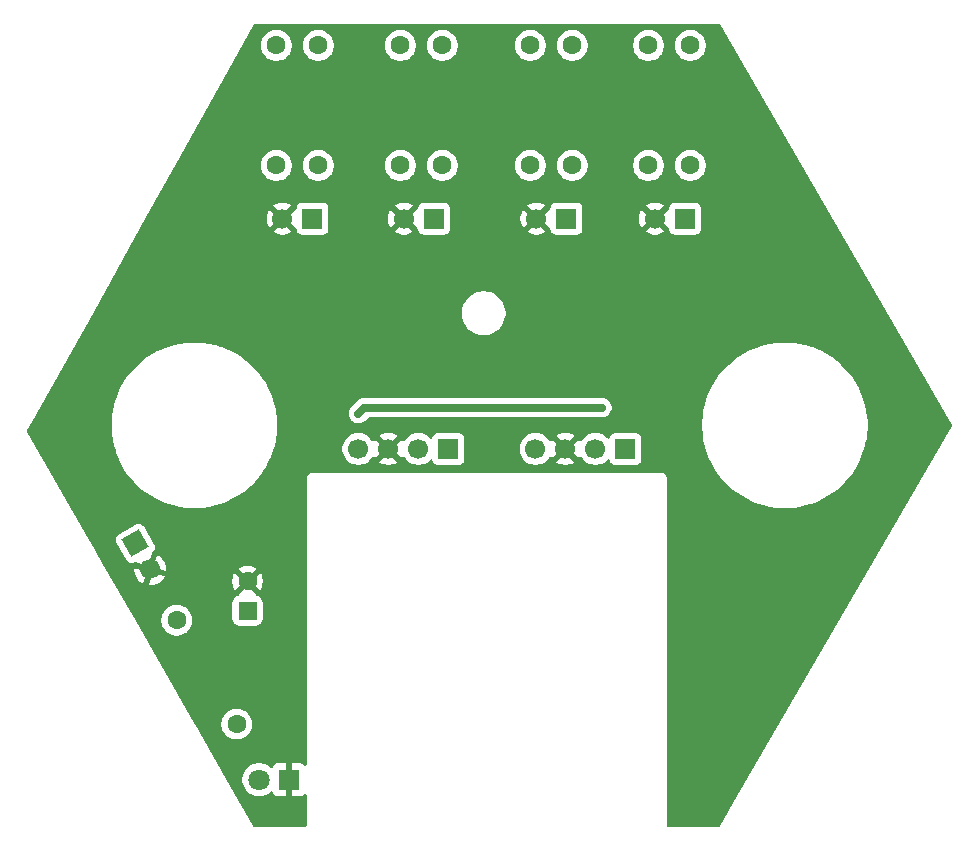
<source format=gbr>
%TF.GenerationSoftware,KiCad,Pcbnew,9.0.6*%
%TF.CreationDate,2025-11-24T14:02:56+01:00*%
%TF.ProjectId,hex-dna,6865782d-646e-4612-9e6b-696361645f70,rev?*%
%TF.SameCoordinates,Original*%
%TF.FileFunction,Copper,L2,Bot*%
%TF.FilePolarity,Positive*%
%FSLAX46Y46*%
G04 Gerber Fmt 4.6, Leading zero omitted, Abs format (unit mm)*
G04 Created by KiCad (PCBNEW 9.0.6) date 2025-11-24 14:02:56*
%MOMM*%
%LPD*%
G01*
G04 APERTURE LIST*
G04 Aperture macros list*
%AMRoundRect*
0 Rectangle with rounded corners*
0 $1 Rounding radius*
0 $2 $3 $4 $5 $6 $7 $8 $9 X,Y pos of 4 corners*
0 Add a 4 corners polygon primitive as box body*
4,1,4,$2,$3,$4,$5,$6,$7,$8,$9,$2,$3,0*
0 Add four circle primitives for the rounded corners*
1,1,$1+$1,$2,$3*
1,1,$1+$1,$4,$5*
1,1,$1+$1,$6,$7*
1,1,$1+$1,$8,$9*
0 Add four rect primitives between the rounded corners*
20,1,$1+$1,$2,$3,$4,$5,0*
20,1,$1+$1,$4,$5,$6,$7,0*
20,1,$1+$1,$6,$7,$8,$9,0*
20,1,$1+$1,$8,$9,$2,$3,0*%
%AMRotRect*
0 Rectangle, with rotation*
0 The origin of the aperture is its center*
0 $1 length*
0 $2 width*
0 $3 Rotation angle, in degrees counterclockwise*
0 Add horizontal line*
21,1,$1,$2,0,0,$3*%
G04 Aperture macros list end*
%TA.AperFunction,ComponentPad*%
%ADD10R,1.700000X1.700000*%
%TD*%
%TA.AperFunction,ComponentPad*%
%ADD11C,1.700000*%
%TD*%
%TA.AperFunction,ComponentPad*%
%ADD12C,1.600000*%
%TD*%
%TA.AperFunction,ComponentPad*%
%ADD13R,1.800000X1.800000*%
%TD*%
%TA.AperFunction,ComponentPad*%
%ADD14C,1.800000*%
%TD*%
%TA.AperFunction,ComponentPad*%
%ADD15RotRect,1.700000X1.700000X30.000000*%
%TD*%
%TA.AperFunction,ComponentPad*%
%ADD16RoundRect,0.250000X0.550000X-0.550000X0.550000X0.550000X-0.550000X0.550000X-0.550000X-0.550000X0*%
%TD*%
%TA.AperFunction,ViaPad*%
%ADD17C,0.600000*%
%TD*%
%TA.AperFunction,Conductor*%
%ADD18C,0.650000*%
%TD*%
G04 APERTURE END LIST*
D10*
%TO.P,J3,1,Pin_1*%
%TO.N,Net-(J3-Pin_1)*%
X55775001Y-35500000D03*
D11*
%TO.P,J3,2,Pin_2*%
%TO.N,GND*%
X53235001Y-35500000D03*
%TD*%
D10*
%TO.P,+3V3 GND +5V EN,1,Pin_1*%
%TO.N,Net-(J6-Pin_1)*%
X57000000Y-55000000D03*
D11*
%TO.P,+3V3 GND +5V EN,2,Pin_2*%
%TO.N,+5V*%
X54460000Y-55000000D03*
%TO.P,+3V3 GND +5V EN,3,Pin_3*%
%TO.N,GND*%
X51920000Y-55000000D03*
%TO.P,+3V3 GND +5V EN,4,Pin_4*%
%TO.N,+3V3*%
X49380000Y-55000000D03*
%TD*%
D12*
%TO.P,R6,1*%
%TO.N,Net-(J4-Pin_1)*%
X67500000Y-31000000D03*
%TO.P,R6,2*%
%TO.N,+3V_const*%
X67500000Y-20840000D03*
%TD*%
%TO.P,R1,1*%
%TO.N,Net-(J2-Pin_1)*%
X42450000Y-31000000D03*
%TO.P,R1,2*%
%TO.N,+3V_const*%
X42450000Y-20840000D03*
%TD*%
%TO.P,R4,1*%
%TO.N,Net-(J3-Pin_1)*%
X56500000Y-31000000D03*
%TO.P,R4,2*%
%TO.N,+3V_const*%
X56500000Y-20840000D03*
%TD*%
D10*
%TO.P,J4,1,Pin_1*%
%TO.N,Net-(J4-Pin_1)*%
X67000000Y-35500000D03*
D11*
%TO.P,J4,2,Pin_2*%
%TO.N,GND*%
X64460000Y-35500000D03*
%TD*%
D13*
%TO.P,D1,1,K*%
%TO.N,GND*%
X43500000Y-82999999D03*
D14*
%TO.P,D1,2,A*%
%TO.N,Net-(D1-A)*%
X40960000Y-82999999D03*
%TD*%
D10*
%TO.P,+3V_CC GND CE +3V3,1,Pin_1*%
%TO.N,+3V3*%
X72000000Y-55000000D03*
D11*
%TO.P,+3V_CC GND CE +3V3,2,Pin_2*%
%TO.N,Net-(J5-Pin_2)*%
X69460000Y-55000000D03*
%TO.P,+3V_CC GND CE +3V3,3,Pin_3*%
%TO.N,GND*%
X66920000Y-55000000D03*
%TO.P,+3V_CC GND CE +3V3,4,Pin_4*%
%TO.N,+3V_const*%
X64380000Y-55000000D03*
%TD*%
D12*
%TO.P,R5,1*%
%TO.N,Net-(J4-Pin_1)*%
X63950000Y-31000000D03*
%TO.P,R5,2*%
%TO.N,+3V_const*%
X63950000Y-20840000D03*
%TD*%
%TO.P,R2,1*%
%TO.N,Net-(J2-Pin_1)*%
X46000000Y-31000000D03*
%TO.P,R2,2*%
%TO.N,+3V_const*%
X46000000Y-20840000D03*
%TD*%
D15*
%TO.P,J1,1,Pin_1*%
%TO.N,+5V*%
X30500000Y-63000000D03*
D11*
%TO.P,J1,2,Pin_2*%
%TO.N,GND*%
X31770000Y-65199705D03*
%TD*%
D12*
%TO.P,R7,1*%
%TO.N,Net-(J7-Pin_1)*%
X73950000Y-31000000D03*
%TO.P,R7,2*%
%TO.N,+3V_const*%
X73950000Y-20840000D03*
%TD*%
D10*
%TO.P,J7,1,Pin_1*%
%TO.N,Net-(J7-Pin_1)*%
X77040003Y-35500000D03*
D11*
%TO.P,J7,2,Pin_2*%
%TO.N,GND*%
X74500003Y-35500000D03*
%TD*%
D16*
%TO.P,C1,1*%
%TO.N,+5V*%
X40000000Y-68705113D03*
D12*
%TO.P,C1,2*%
%TO.N,GND*%
X40000000Y-66205113D03*
%TD*%
%TO.P,R9,1*%
%TO.N,+5V*%
X34000000Y-69500000D03*
%TO.P,R9,2*%
%TO.N,Net-(D1-A)*%
X39080000Y-78298817D03*
%TD*%
D10*
%TO.P,J2,1,Pin_1*%
%TO.N,Net-(J2-Pin_1)*%
X45500000Y-35500000D03*
D11*
%TO.P,J2,2,Pin_2*%
%TO.N,GND*%
X42960000Y-35500000D03*
%TD*%
D12*
%TO.P,R3,1*%
%TO.N,Net-(J3-Pin_1)*%
X52950000Y-31000000D03*
%TO.P,R3,2*%
%TO.N,+3V_const*%
X52950000Y-20840000D03*
%TD*%
%TO.P,R8,1*%
%TO.N,Net-(J7-Pin_1)*%
X77500000Y-31000000D03*
%TO.P,R8,2*%
%TO.N,+3V_const*%
X77500000Y-20840000D03*
%TD*%
D17*
%TO.N,GND*%
X49500000Y-33354415D03*
X66500000Y-44500000D03*
X28500000Y-59000000D03*
X42000000Y-73000000D03*
X43500000Y-79500000D03*
X84000000Y-41000000D03*
X61000000Y-55000000D03*
X78386018Y-83500000D03*
X49000000Y-48000000D03*
X84000000Y-30000000D03*
X46000000Y-55500000D03*
X40000000Y-30000000D03*
X47500000Y-43500000D03*
X37000000Y-44000000D03*
X95500000Y-52000000D03*
X45500000Y-24500000D03*
X74500000Y-44000000D03*
X92000000Y-60000000D03*
X78500000Y-59500000D03*
%TO.N,+3V3*%
X70000000Y-51500000D03*
X49380000Y-52000000D03*
%TD*%
D18*
%TO.N,+3V3*%
X49380000Y-52000000D02*
X49880000Y-51500000D01*
X49880000Y-51500000D02*
X70000000Y-51500000D01*
%TD*%
%TA.AperFunction,Conductor*%
%TO.N,GND*%
G36*
X79957220Y-19020185D02*
G01*
X79997457Y-19062309D01*
X81603058Y-21831971D01*
X99635427Y-52937810D01*
X99652020Y-53005681D01*
X99635427Y-53062190D01*
X83008982Y-81742811D01*
X81472296Y-84393595D01*
X79997458Y-86937690D01*
X79946806Y-86985816D01*
X79890181Y-86999500D01*
X75624500Y-86999500D01*
X75557461Y-86979815D01*
X75511706Y-86927011D01*
X75500500Y-86875500D01*
X75500500Y-57434110D01*
X75500500Y-57434108D01*
X75466392Y-57306814D01*
X75400500Y-57192686D01*
X75307314Y-57099500D01*
X75250250Y-57066554D01*
X75193187Y-57033608D01*
X75129539Y-57016554D01*
X75065892Y-56999500D01*
X45565892Y-56999500D01*
X45434108Y-56999500D01*
X45306812Y-57033608D01*
X45192686Y-57099500D01*
X45192683Y-57099502D01*
X45099502Y-57192683D01*
X45099500Y-57192686D01*
X45033608Y-57306812D01*
X44999500Y-57434108D01*
X44999500Y-81693939D01*
X44979815Y-81760978D01*
X44927011Y-81806733D01*
X44857853Y-81816677D01*
X44794297Y-81787652D01*
X44776234Y-81768251D01*
X44757187Y-81742808D01*
X44642093Y-81656648D01*
X44642086Y-81656644D01*
X44507379Y-81606402D01*
X44507372Y-81606400D01*
X44447844Y-81599999D01*
X43750000Y-81599999D01*
X43750000Y-82624721D01*
X43673694Y-82580666D01*
X43559244Y-82549999D01*
X43440756Y-82549999D01*
X43326306Y-82580666D01*
X43250000Y-82624721D01*
X43250000Y-81599999D01*
X42552155Y-81599999D01*
X42492627Y-81606400D01*
X42492620Y-81606402D01*
X42357913Y-81656644D01*
X42357906Y-81656648D01*
X42242812Y-81742808D01*
X42242809Y-81742811D01*
X42156649Y-81857905D01*
X42156643Y-81857917D01*
X42126785Y-81937968D01*
X42084914Y-81993902D01*
X42019449Y-82018318D01*
X41951176Y-82003466D01*
X41922923Y-81982315D01*
X41872363Y-81931755D01*
X41872358Y-81931751D01*
X41694025Y-81802186D01*
X41694024Y-81802185D01*
X41694022Y-81802184D01*
X41613152Y-81760978D01*
X41497606Y-81702103D01*
X41497603Y-81702102D01*
X41287952Y-81633984D01*
X41179086Y-81616741D01*
X41070222Y-81599499D01*
X40849778Y-81599499D01*
X40777201Y-81610994D01*
X40632047Y-81633984D01*
X40422396Y-81702102D01*
X40422393Y-81702103D01*
X40225974Y-81802186D01*
X40047641Y-81931751D01*
X40047636Y-81931755D01*
X39891756Y-82087635D01*
X39891752Y-82087640D01*
X39762187Y-82265973D01*
X39662104Y-82462392D01*
X39662103Y-82462395D01*
X39593985Y-82672046D01*
X39559500Y-82889777D01*
X39559500Y-83110220D01*
X39593985Y-83327951D01*
X39662103Y-83537602D01*
X39662104Y-83537605D01*
X39762187Y-83734024D01*
X39891752Y-83912357D01*
X39891756Y-83912362D01*
X40047636Y-84068242D01*
X40047641Y-84068246D01*
X40203192Y-84181259D01*
X40225978Y-84197814D01*
X40292577Y-84231748D01*
X40422393Y-84297894D01*
X40422396Y-84297895D01*
X40527221Y-84331954D01*
X40632049Y-84366014D01*
X40849778Y-84400499D01*
X40849779Y-84400499D01*
X41070221Y-84400499D01*
X41070222Y-84400499D01*
X41287951Y-84366014D01*
X41497606Y-84297894D01*
X41694022Y-84197814D01*
X41872365Y-84068241D01*
X41922924Y-84017681D01*
X41984245Y-83984197D01*
X42053936Y-83989181D01*
X42109870Y-84031052D01*
X42126786Y-84062029D01*
X42156646Y-84142086D01*
X42156649Y-84142092D01*
X42242809Y-84257186D01*
X42242812Y-84257189D01*
X42357906Y-84343349D01*
X42357913Y-84343353D01*
X42492620Y-84393595D01*
X42492627Y-84393597D01*
X42552155Y-84399998D01*
X42552172Y-84399999D01*
X43250000Y-84399999D01*
X43250000Y-83375276D01*
X43326306Y-83419332D01*
X43440756Y-83449999D01*
X43559244Y-83449999D01*
X43673694Y-83419332D01*
X43750000Y-83375276D01*
X43750000Y-84399999D01*
X44447828Y-84399999D01*
X44447844Y-84399998D01*
X44507372Y-84393597D01*
X44507379Y-84393595D01*
X44642086Y-84343353D01*
X44642093Y-84343349D01*
X44757187Y-84257189D01*
X44757188Y-84257188D01*
X44776233Y-84231748D01*
X44832166Y-84189876D01*
X44901858Y-84184892D01*
X44963181Y-84218377D01*
X44996666Y-84279700D01*
X44999500Y-84306058D01*
X44999500Y-86875500D01*
X44979815Y-86942539D01*
X44927011Y-86988294D01*
X44875500Y-86999500D01*
X40611752Y-86999500D01*
X40544713Y-86979815D01*
X40504187Y-86937192D01*
X38215463Y-82946597D01*
X38215462Y-82946595D01*
X35523712Y-78253286D01*
X35523711Y-78253285D01*
X35491123Y-78196465D01*
X37779500Y-78196465D01*
X37779500Y-78401168D01*
X37811522Y-78603351D01*
X37874781Y-78798040D01*
X37967715Y-78980430D01*
X38088028Y-79146030D01*
X38232786Y-79290788D01*
X38387749Y-79403373D01*
X38398390Y-79411104D01*
X38514607Y-79470320D01*
X38580776Y-79504035D01*
X38580778Y-79504035D01*
X38580781Y-79504037D01*
X38685137Y-79537944D01*
X38775465Y-79567294D01*
X38876557Y-79583305D01*
X38977648Y-79599317D01*
X38977649Y-79599317D01*
X39182351Y-79599317D01*
X39182352Y-79599317D01*
X39384534Y-79567294D01*
X39579219Y-79504037D01*
X39761610Y-79411104D01*
X39854590Y-79343549D01*
X39927213Y-79290788D01*
X39927215Y-79290785D01*
X39927219Y-79290783D01*
X40071966Y-79146036D01*
X40071968Y-79146032D01*
X40071971Y-79146030D01*
X40124732Y-79073407D01*
X40192287Y-78980427D01*
X40285220Y-78798036D01*
X40348477Y-78603351D01*
X40380500Y-78401169D01*
X40380500Y-78196465D01*
X40348477Y-77994283D01*
X40285220Y-77799598D01*
X40285218Y-77799595D01*
X40285218Y-77799593D01*
X40251503Y-77733424D01*
X40192287Y-77617207D01*
X40184556Y-77606566D01*
X40071971Y-77451603D01*
X39927213Y-77306845D01*
X39761613Y-77186532D01*
X39761612Y-77186531D01*
X39761610Y-77186530D01*
X39704653Y-77157508D01*
X39579223Y-77093598D01*
X39384534Y-77030339D01*
X39209995Y-77002695D01*
X39182352Y-76998317D01*
X38977648Y-76998317D01*
X38953329Y-77002168D01*
X38775465Y-77030339D01*
X38580776Y-77093598D01*
X38398386Y-77186532D01*
X38232786Y-77306845D01*
X38088028Y-77451603D01*
X37967715Y-77617203D01*
X37874781Y-77799593D01*
X37811522Y-77994282D01*
X37779500Y-78196465D01*
X35491123Y-78196465D01*
X30546143Y-69574449D01*
X30444742Y-69397648D01*
X32699500Y-69397648D01*
X32699500Y-69602351D01*
X32731522Y-69804534D01*
X32794781Y-69999223D01*
X32887715Y-70181613D01*
X33008028Y-70347213D01*
X33152786Y-70491971D01*
X33307749Y-70604556D01*
X33318390Y-70612287D01*
X33434607Y-70671503D01*
X33500776Y-70705218D01*
X33500778Y-70705218D01*
X33500781Y-70705220D01*
X33605137Y-70739127D01*
X33695465Y-70768477D01*
X33796557Y-70784488D01*
X33897648Y-70800500D01*
X33897649Y-70800500D01*
X34102351Y-70800500D01*
X34102352Y-70800500D01*
X34304534Y-70768477D01*
X34499219Y-70705220D01*
X34681610Y-70612287D01*
X34774590Y-70544732D01*
X34847213Y-70491971D01*
X34847215Y-70491968D01*
X34847219Y-70491966D01*
X34991966Y-70347219D01*
X34991968Y-70347215D01*
X34991971Y-70347213D01*
X35044732Y-70274590D01*
X35112287Y-70181610D01*
X35205220Y-69999219D01*
X35268477Y-69804534D01*
X35300500Y-69602352D01*
X35300500Y-69397648D01*
X35268477Y-69195466D01*
X35205220Y-69000781D01*
X35205218Y-69000778D01*
X35205218Y-69000776D01*
X35171503Y-68934607D01*
X35112287Y-68818390D01*
X35104556Y-68807749D01*
X34991971Y-68652786D01*
X34847213Y-68508028D01*
X34681613Y-68387715D01*
X34681612Y-68387714D01*
X34681610Y-68387713D01*
X34624653Y-68358691D01*
X34499223Y-68294781D01*
X34304534Y-68231522D01*
X34259689Y-68224420D01*
X34187267Y-68212949D01*
X34102352Y-68199500D01*
X33897648Y-68199500D01*
X33873329Y-68203351D01*
X33695465Y-68231522D01*
X33500776Y-68294781D01*
X33318386Y-68387715D01*
X33152786Y-68508028D01*
X33008028Y-68652786D01*
X32887715Y-68818386D01*
X32794781Y-69000776D01*
X32731522Y-69195465D01*
X32699500Y-69397648D01*
X30444742Y-69397648D01*
X29703425Y-68105096D01*
X38699500Y-68105096D01*
X38699500Y-69305114D01*
X38699501Y-69305131D01*
X38710000Y-69407909D01*
X38710001Y-69407912D01*
X38765185Y-69574444D01*
X38765186Y-69574447D01*
X38857288Y-69723769D01*
X38981344Y-69847825D01*
X39130666Y-69939927D01*
X39297203Y-69995112D01*
X39399991Y-70005613D01*
X40600008Y-70005612D01*
X40702797Y-69995112D01*
X40869334Y-69939927D01*
X41018656Y-69847825D01*
X41142712Y-69723769D01*
X41234814Y-69574447D01*
X41289999Y-69407910D01*
X41300500Y-69305122D01*
X41300499Y-68105105D01*
X41289999Y-68002316D01*
X41234814Y-67835779D01*
X41142712Y-67686457D01*
X41018656Y-67562401D01*
X40869334Y-67470299D01*
X40807558Y-67449828D01*
X40750115Y-67410056D01*
X40723292Y-67345540D01*
X40722946Y-67322393D01*
X40725921Y-67284586D01*
X40046447Y-66605113D01*
X40052661Y-66605113D01*
X40154394Y-66577854D01*
X40245606Y-66525193D01*
X40320080Y-66450719D01*
X40372741Y-66359507D01*
X40400000Y-66257774D01*
X40400000Y-66251560D01*
X41079474Y-66931034D01*
X41111859Y-66886462D01*
X41204755Y-66704144D01*
X41267990Y-66509530D01*
X41300000Y-66307430D01*
X41300000Y-66102795D01*
X41267990Y-65900695D01*
X41204755Y-65706081D01*
X41111859Y-65523763D01*
X41079474Y-65479190D01*
X41079474Y-65479189D01*
X40400000Y-66158664D01*
X40400000Y-66152452D01*
X40372741Y-66050719D01*
X40320080Y-65959507D01*
X40245606Y-65885033D01*
X40154394Y-65832372D01*
X40052661Y-65805113D01*
X40046446Y-65805113D01*
X40725922Y-65125637D01*
X40725921Y-65125636D01*
X40681359Y-65093260D01*
X40681350Y-65093254D01*
X40499031Y-65000357D01*
X40304417Y-64937122D01*
X40102317Y-64905113D01*
X39897683Y-64905113D01*
X39695582Y-64937122D01*
X39500968Y-65000357D01*
X39318644Y-65093256D01*
X39274077Y-65125636D01*
X39274077Y-65125637D01*
X39953554Y-65805113D01*
X39947339Y-65805113D01*
X39845606Y-65832372D01*
X39754394Y-65885033D01*
X39679920Y-65959507D01*
X39627259Y-66050719D01*
X39600000Y-66152452D01*
X39600000Y-66158666D01*
X38920524Y-65479190D01*
X38920523Y-65479190D01*
X38888143Y-65523757D01*
X38795244Y-65706081D01*
X38732009Y-65900695D01*
X38700000Y-66102795D01*
X38700000Y-66307430D01*
X38732009Y-66509530D01*
X38795244Y-66704144D01*
X38888141Y-66886463D01*
X38888147Y-66886472D01*
X38920523Y-66931034D01*
X38920524Y-66931035D01*
X39600000Y-66251559D01*
X39600000Y-66257774D01*
X39627259Y-66359507D01*
X39679920Y-66450719D01*
X39754394Y-66525193D01*
X39845606Y-66577854D01*
X39947339Y-66605113D01*
X39953553Y-66605113D01*
X39274076Y-67284587D01*
X39277052Y-67322395D01*
X39262687Y-67390772D01*
X39213636Y-67440528D01*
X39192440Y-67449828D01*
X39130672Y-67470297D01*
X39130663Y-67470300D01*
X38981342Y-67562402D01*
X38857289Y-67686455D01*
X38765187Y-67835776D01*
X38765186Y-67835779D01*
X38710001Y-68002316D01*
X38710001Y-68002317D01*
X38710000Y-68002317D01*
X38699500Y-68105096D01*
X29703425Y-68105096D01*
X27721562Y-64649539D01*
X26635958Y-62756690D01*
X26635957Y-62756689D01*
X26603967Y-62700912D01*
X28833373Y-62700912D01*
X28833373Y-62700913D01*
X28857241Y-62842839D01*
X28881499Y-62897676D01*
X29779369Y-64452828D01*
X29779371Y-64452832D01*
X29804865Y-64487747D01*
X29814725Y-64501250D01*
X29925704Y-64592883D01*
X29925706Y-64592885D01*
X29985533Y-64618504D01*
X30058007Y-64649539D01*
X30200912Y-64666626D01*
X30200913Y-64666626D01*
X30248221Y-64658670D01*
X30342841Y-64642758D01*
X30397669Y-64618504D01*
X30406814Y-64613223D01*
X30474713Y-64596748D01*
X30500913Y-64600833D01*
X31416448Y-64846150D01*
X31369901Y-64892698D01*
X31304075Y-65006712D01*
X31270000Y-65133879D01*
X31270000Y-65265531D01*
X31287037Y-65329115D01*
X30656716Y-65160221D01*
X30420000Y-65096793D01*
X30420000Y-65305951D01*
X30453242Y-65515832D01*
X30453242Y-65515835D01*
X30518904Y-65717922D01*
X30615379Y-65907262D01*
X30740272Y-66079164D01*
X30740276Y-66079169D01*
X30890535Y-66229428D01*
X30890540Y-66229432D01*
X31062442Y-66354325D01*
X31185058Y-66416802D01*
X31416445Y-65553256D01*
X31462993Y-65599804D01*
X31577007Y-65665630D01*
X31704174Y-65699705D01*
X31835826Y-65699705D01*
X31899409Y-65682667D01*
X31667088Y-66549704D01*
X31667088Y-66549705D01*
X31876246Y-66549705D01*
X32086127Y-66516462D01*
X32086130Y-66516462D01*
X32288217Y-66450800D01*
X32477557Y-66354325D01*
X32649459Y-66229432D01*
X32649464Y-66229428D01*
X32799721Y-66079171D01*
X32839047Y-66025044D01*
X32839049Y-66025042D01*
X32924620Y-65907262D01*
X32987097Y-65784645D01*
X32123552Y-65553258D01*
X32170099Y-65506712D01*
X32235925Y-65392698D01*
X32270000Y-65265531D01*
X32270000Y-65133879D01*
X32252961Y-65070292D01*
X33119999Y-65302615D01*
X33120000Y-65302615D01*
X33120000Y-65093458D01*
X33086757Y-64883577D01*
X33086757Y-64883574D01*
X33021095Y-64681487D01*
X32924620Y-64492147D01*
X32799727Y-64320245D01*
X32799723Y-64320240D01*
X32649464Y-64169981D01*
X32649459Y-64169977D01*
X32477557Y-64045084D01*
X32354939Y-63982606D01*
X32123552Y-64846151D01*
X32077007Y-64799606D01*
X31962993Y-64733780D01*
X31835826Y-64699705D01*
X31704174Y-64699705D01*
X31640587Y-64716743D01*
X31885907Y-63801203D01*
X31922272Y-63741543D01*
X31943683Y-63725910D01*
X31952829Y-63720630D01*
X32001250Y-63685275D01*
X32092884Y-63574295D01*
X32149539Y-63441993D01*
X32166626Y-63299088D01*
X32142758Y-63157159D01*
X32118504Y-63102331D01*
X32118502Y-63102327D01*
X32118500Y-63102323D01*
X31220630Y-61547171D01*
X31220628Y-61547167D01*
X31200911Y-61520165D01*
X31185275Y-61498750D01*
X31074295Y-61407116D01*
X31074293Y-61407114D01*
X30941994Y-61350461D01*
X30799087Y-61333373D01*
X30799086Y-61333373D01*
X30657160Y-61357241D01*
X30602323Y-61381499D01*
X29047171Y-62279369D01*
X29047167Y-62279371D01*
X28998751Y-62314724D01*
X28998747Y-62314728D01*
X28907116Y-62425704D01*
X28907114Y-62425706D01*
X28850461Y-62558005D01*
X28833373Y-62700912D01*
X26603967Y-62700912D01*
X21359800Y-53557236D01*
X21343523Y-53489288D01*
X21359042Y-53435195D01*
X21740808Y-52749974D01*
X28499500Y-52749974D01*
X28499500Y-53250025D01*
X28535173Y-53748796D01*
X28606337Y-54243760D01*
X28712627Y-54732365D01*
X28712630Y-54732375D01*
X28748315Y-54853906D01*
X28853510Y-55212164D01*
X28892328Y-55316239D01*
X29028260Y-55680690D01*
X29028262Y-55680693D01*
X29235978Y-56135530D01*
X29235982Y-56135537D01*
X29475630Y-56574420D01*
X29475638Y-56574433D01*
X29745964Y-56995069D01*
X29745980Y-56995093D01*
X30045637Y-57395389D01*
X30273619Y-57658493D01*
X30373106Y-57773307D01*
X30373115Y-57773316D01*
X30373127Y-57773329D01*
X30726670Y-58126872D01*
X30726683Y-58126884D01*
X30726693Y-58126894D01*
X30850923Y-58234540D01*
X31104610Y-58454362D01*
X31504906Y-58754019D01*
X31504930Y-58754035D01*
X31925566Y-59024361D01*
X31925579Y-59024369D01*
X32364462Y-59264017D01*
X32364469Y-59264021D01*
X32819306Y-59471737D01*
X32819309Y-59471739D01*
X32819316Y-59471741D01*
X32819317Y-59471742D01*
X33287836Y-59646490D01*
X33767624Y-59787369D01*
X33767634Y-59787372D01*
X34256239Y-59893662D01*
X34256246Y-59893663D01*
X34751204Y-59964827D01*
X35249977Y-60000500D01*
X35750023Y-60000500D01*
X36248796Y-59964827D01*
X36743754Y-59893663D01*
X36743755Y-59893662D01*
X36743760Y-59893662D01*
X37232365Y-59787372D01*
X37232368Y-59787371D01*
X37232373Y-59787370D01*
X37712164Y-59646490D01*
X38180683Y-59471742D01*
X38387437Y-59377320D01*
X38635530Y-59264021D01*
X38635534Y-59264018D01*
X38635542Y-59264015D01*
X39074423Y-59024368D01*
X39495089Y-58754022D01*
X39662528Y-58628679D01*
X39895389Y-58454362D01*
X39912131Y-58439854D01*
X40273307Y-58126894D01*
X40626894Y-57773307D01*
X40954355Y-57395397D01*
X40954354Y-57395397D01*
X40954362Y-57395389D01*
X41254019Y-56995093D01*
X41254035Y-56995069D01*
X41434504Y-56714254D01*
X41524368Y-56574423D01*
X41764015Y-56135542D01*
X41764018Y-56135534D01*
X41764021Y-56135530D01*
X41959349Y-55707820D01*
X41971742Y-55680683D01*
X42146490Y-55212164D01*
X42239997Y-54893713D01*
X48029500Y-54893713D01*
X48029500Y-55106286D01*
X48062753Y-55316239D01*
X48128444Y-55518414D01*
X48224951Y-55707820D01*
X48349890Y-55879786D01*
X48500213Y-56030109D01*
X48672179Y-56155048D01*
X48672181Y-56155049D01*
X48672184Y-56155051D01*
X48861588Y-56251557D01*
X49063757Y-56317246D01*
X49273713Y-56350500D01*
X49273714Y-56350500D01*
X49486286Y-56350500D01*
X49486287Y-56350500D01*
X49696243Y-56317246D01*
X49898412Y-56251557D01*
X50087816Y-56155051D01*
X50174138Y-56092335D01*
X50259786Y-56030109D01*
X50259788Y-56030106D01*
X50259792Y-56030104D01*
X50410104Y-55879792D01*
X50410106Y-55879788D01*
X50410109Y-55879786D01*
X50495890Y-55761717D01*
X50535051Y-55707816D01*
X50539793Y-55698508D01*
X50587763Y-55647711D01*
X50655583Y-55630911D01*
X50721719Y-55653445D01*
X50760763Y-55698500D01*
X50765373Y-55707547D01*
X50804728Y-55761716D01*
X51437037Y-55129408D01*
X51454075Y-55192993D01*
X51519901Y-55307007D01*
X51612993Y-55400099D01*
X51727007Y-55465925D01*
X51790590Y-55482962D01*
X51158282Y-56115269D01*
X51158282Y-56115270D01*
X51212449Y-56154624D01*
X51401782Y-56251095D01*
X51603870Y-56316757D01*
X51813754Y-56350000D01*
X52026246Y-56350000D01*
X52236127Y-56316757D01*
X52236130Y-56316757D01*
X52438217Y-56251095D01*
X52627554Y-56154622D01*
X52681716Y-56115270D01*
X52681717Y-56115270D01*
X52049408Y-55482962D01*
X52112993Y-55465925D01*
X52227007Y-55400099D01*
X52320099Y-55307007D01*
X52385925Y-55192993D01*
X52402962Y-55129408D01*
X53035270Y-55761717D01*
X53035270Y-55761716D01*
X53074622Y-55707555D01*
X53079232Y-55698507D01*
X53127205Y-55647709D01*
X53195025Y-55630912D01*
X53261161Y-55653447D01*
X53300204Y-55698504D01*
X53304949Y-55707817D01*
X53429890Y-55879786D01*
X53580213Y-56030109D01*
X53752179Y-56155048D01*
X53752181Y-56155049D01*
X53752184Y-56155051D01*
X53941588Y-56251557D01*
X54143757Y-56317246D01*
X54353713Y-56350500D01*
X54353714Y-56350500D01*
X54566286Y-56350500D01*
X54566287Y-56350500D01*
X54776243Y-56317246D01*
X54978412Y-56251557D01*
X55167816Y-56155051D01*
X55339792Y-56030104D01*
X55453329Y-55916566D01*
X55514648Y-55883084D01*
X55584340Y-55888068D01*
X55640274Y-55929939D01*
X55657189Y-55960917D01*
X55706202Y-56092328D01*
X55706206Y-56092335D01*
X55792452Y-56207544D01*
X55792455Y-56207547D01*
X55907664Y-56293793D01*
X55907671Y-56293797D01*
X56042517Y-56344091D01*
X56042516Y-56344091D01*
X56049444Y-56344835D01*
X56102127Y-56350500D01*
X57897872Y-56350499D01*
X57957483Y-56344091D01*
X58092331Y-56293796D01*
X58207546Y-56207546D01*
X58293796Y-56092331D01*
X58344091Y-55957483D01*
X58350500Y-55897873D01*
X58350499Y-54893713D01*
X63029500Y-54893713D01*
X63029500Y-55106286D01*
X63062753Y-55316239D01*
X63128444Y-55518414D01*
X63224951Y-55707820D01*
X63349890Y-55879786D01*
X63500213Y-56030109D01*
X63672179Y-56155048D01*
X63672181Y-56155049D01*
X63672184Y-56155051D01*
X63861588Y-56251557D01*
X64063757Y-56317246D01*
X64273713Y-56350500D01*
X64273714Y-56350500D01*
X64486286Y-56350500D01*
X64486287Y-56350500D01*
X64696243Y-56317246D01*
X64898412Y-56251557D01*
X65087816Y-56155051D01*
X65174138Y-56092335D01*
X65259786Y-56030109D01*
X65259788Y-56030106D01*
X65259792Y-56030104D01*
X65410104Y-55879792D01*
X65410106Y-55879788D01*
X65410109Y-55879786D01*
X65495890Y-55761717D01*
X65535051Y-55707816D01*
X65539793Y-55698508D01*
X65587763Y-55647711D01*
X65655583Y-55630911D01*
X65721719Y-55653445D01*
X65760763Y-55698500D01*
X65765373Y-55707547D01*
X65804728Y-55761716D01*
X66437037Y-55129408D01*
X66454075Y-55192993D01*
X66519901Y-55307007D01*
X66612993Y-55400099D01*
X66727007Y-55465925D01*
X66790590Y-55482962D01*
X66158282Y-56115269D01*
X66158282Y-56115270D01*
X66212449Y-56154624D01*
X66401782Y-56251095D01*
X66603870Y-56316757D01*
X66813754Y-56350000D01*
X67026246Y-56350000D01*
X67236127Y-56316757D01*
X67236130Y-56316757D01*
X67438217Y-56251095D01*
X67627554Y-56154622D01*
X67681716Y-56115270D01*
X67681717Y-56115270D01*
X67049408Y-55482962D01*
X67112993Y-55465925D01*
X67227007Y-55400099D01*
X67320099Y-55307007D01*
X67385925Y-55192993D01*
X67402962Y-55129408D01*
X68035270Y-55761717D01*
X68035270Y-55761716D01*
X68074622Y-55707555D01*
X68079232Y-55698507D01*
X68127205Y-55647709D01*
X68195025Y-55630912D01*
X68261161Y-55653447D01*
X68300204Y-55698504D01*
X68304949Y-55707817D01*
X68429890Y-55879786D01*
X68580213Y-56030109D01*
X68752179Y-56155048D01*
X68752181Y-56155049D01*
X68752184Y-56155051D01*
X68941588Y-56251557D01*
X69143757Y-56317246D01*
X69353713Y-56350500D01*
X69353714Y-56350500D01*
X69566286Y-56350500D01*
X69566287Y-56350500D01*
X69776243Y-56317246D01*
X69978412Y-56251557D01*
X70167816Y-56155051D01*
X70339792Y-56030104D01*
X70453329Y-55916566D01*
X70514648Y-55883084D01*
X70584340Y-55888068D01*
X70640274Y-55929939D01*
X70657189Y-55960917D01*
X70706202Y-56092328D01*
X70706206Y-56092335D01*
X70792452Y-56207544D01*
X70792455Y-56207547D01*
X70907664Y-56293793D01*
X70907671Y-56293797D01*
X71042517Y-56344091D01*
X71042516Y-56344091D01*
X71049444Y-56344835D01*
X71102127Y-56350500D01*
X72897872Y-56350499D01*
X72957483Y-56344091D01*
X73092331Y-56293796D01*
X73207546Y-56207546D01*
X73293796Y-56092331D01*
X73344091Y-55957483D01*
X73350500Y-55897873D01*
X73350499Y-54102128D01*
X73344091Y-54042517D01*
X73342810Y-54039083D01*
X73293797Y-53907671D01*
X73293793Y-53907664D01*
X73207547Y-53792455D01*
X73207544Y-53792452D01*
X73092335Y-53706206D01*
X73092328Y-53706202D01*
X72957482Y-53655908D01*
X72957483Y-53655908D01*
X72897883Y-53649501D01*
X72897881Y-53649500D01*
X72897873Y-53649500D01*
X72897864Y-53649500D01*
X71102129Y-53649500D01*
X71102123Y-53649501D01*
X71042516Y-53655908D01*
X70907671Y-53706202D01*
X70907664Y-53706206D01*
X70792455Y-53792452D01*
X70792452Y-53792455D01*
X70706206Y-53907664D01*
X70706203Y-53907669D01*
X70657189Y-54039083D01*
X70615317Y-54095016D01*
X70549853Y-54119433D01*
X70481580Y-54104581D01*
X70453326Y-54083430D01*
X70339786Y-53969890D01*
X70167820Y-53844951D01*
X69978414Y-53748444D01*
X69978413Y-53748443D01*
X69978412Y-53748443D01*
X69776243Y-53682754D01*
X69776241Y-53682753D01*
X69776240Y-53682753D01*
X69614957Y-53657208D01*
X69566287Y-53649500D01*
X69353713Y-53649500D01*
X69305042Y-53657208D01*
X69143760Y-53682753D01*
X68941585Y-53748444D01*
X68752179Y-53844951D01*
X68580213Y-53969890D01*
X68429890Y-54120213D01*
X68304949Y-54292182D01*
X68300202Y-54301499D01*
X68252227Y-54352293D01*
X68184405Y-54369087D01*
X68118271Y-54346548D01*
X68079234Y-54301495D01*
X68074626Y-54292452D01*
X68035270Y-54238282D01*
X68035269Y-54238282D01*
X67402962Y-54870590D01*
X67385925Y-54807007D01*
X67320099Y-54692993D01*
X67227007Y-54599901D01*
X67112993Y-54534075D01*
X67049409Y-54517037D01*
X67681716Y-53884728D01*
X67627550Y-53845375D01*
X67438217Y-53748904D01*
X67236129Y-53683242D01*
X67026246Y-53650000D01*
X66813754Y-53650000D01*
X66603872Y-53683242D01*
X66603869Y-53683242D01*
X66401782Y-53748904D01*
X66212439Y-53845380D01*
X66158282Y-53884727D01*
X66158282Y-53884728D01*
X66790591Y-54517037D01*
X66727007Y-54534075D01*
X66612993Y-54599901D01*
X66519901Y-54692993D01*
X66454075Y-54807007D01*
X66437037Y-54870591D01*
X65804728Y-54238282D01*
X65804727Y-54238282D01*
X65765380Y-54292440D01*
X65765376Y-54292446D01*
X65760760Y-54301505D01*
X65712781Y-54352297D01*
X65644959Y-54369087D01*
X65578826Y-54346543D01*
X65539794Y-54301493D01*
X65535051Y-54292184D01*
X65535049Y-54292181D01*
X65535048Y-54292179D01*
X65410109Y-54120213D01*
X65259786Y-53969890D01*
X65087820Y-53844951D01*
X64898414Y-53748444D01*
X64898413Y-53748443D01*
X64898412Y-53748443D01*
X64696243Y-53682754D01*
X64696241Y-53682753D01*
X64696240Y-53682753D01*
X64534957Y-53657208D01*
X64486287Y-53649500D01*
X64273713Y-53649500D01*
X64225042Y-53657208D01*
X64063760Y-53682753D01*
X63861585Y-53748444D01*
X63672179Y-53844951D01*
X63500213Y-53969890D01*
X63349890Y-54120213D01*
X63224951Y-54292179D01*
X63128444Y-54481585D01*
X63062753Y-54683760D01*
X63029500Y-54893713D01*
X58350499Y-54893713D01*
X58350499Y-54102128D01*
X58344091Y-54042517D01*
X58342810Y-54039083D01*
X58293797Y-53907671D01*
X58293793Y-53907664D01*
X58207547Y-53792455D01*
X58207544Y-53792452D01*
X58092335Y-53706206D01*
X58092328Y-53706202D01*
X57957482Y-53655908D01*
X57957483Y-53655908D01*
X57897883Y-53649501D01*
X57897881Y-53649500D01*
X57897873Y-53649500D01*
X57897864Y-53649500D01*
X56102129Y-53649500D01*
X56102123Y-53649501D01*
X56042516Y-53655908D01*
X55907671Y-53706202D01*
X55907664Y-53706206D01*
X55792455Y-53792452D01*
X55792452Y-53792455D01*
X55706206Y-53907664D01*
X55706203Y-53907669D01*
X55657189Y-54039083D01*
X55615317Y-54095016D01*
X55549853Y-54119433D01*
X55481580Y-54104581D01*
X55453326Y-54083430D01*
X55339786Y-53969890D01*
X55167820Y-53844951D01*
X54978414Y-53748444D01*
X54978413Y-53748443D01*
X54978412Y-53748443D01*
X54776243Y-53682754D01*
X54776241Y-53682753D01*
X54776240Y-53682753D01*
X54614957Y-53657208D01*
X54566287Y-53649500D01*
X54353713Y-53649500D01*
X54305042Y-53657208D01*
X54143760Y-53682753D01*
X53941585Y-53748444D01*
X53752179Y-53844951D01*
X53580213Y-53969890D01*
X53429890Y-54120213D01*
X53304949Y-54292182D01*
X53300202Y-54301499D01*
X53252227Y-54352293D01*
X53184405Y-54369087D01*
X53118271Y-54346548D01*
X53079234Y-54301495D01*
X53074626Y-54292452D01*
X53035270Y-54238282D01*
X53035269Y-54238282D01*
X52402962Y-54870590D01*
X52385925Y-54807007D01*
X52320099Y-54692993D01*
X52227007Y-54599901D01*
X52112993Y-54534075D01*
X52049409Y-54517037D01*
X52681716Y-53884728D01*
X52627550Y-53845375D01*
X52438217Y-53748904D01*
X52236129Y-53683242D01*
X52026246Y-53650000D01*
X51813754Y-53650000D01*
X51603872Y-53683242D01*
X51603869Y-53683242D01*
X51401782Y-53748904D01*
X51212439Y-53845380D01*
X51158282Y-53884727D01*
X51158282Y-53884728D01*
X51790591Y-54517037D01*
X51727007Y-54534075D01*
X51612993Y-54599901D01*
X51519901Y-54692993D01*
X51454075Y-54807007D01*
X51437037Y-54870591D01*
X50804728Y-54238282D01*
X50804727Y-54238282D01*
X50765380Y-54292440D01*
X50765376Y-54292446D01*
X50760760Y-54301505D01*
X50712781Y-54352297D01*
X50644959Y-54369087D01*
X50578826Y-54346543D01*
X50539794Y-54301493D01*
X50535051Y-54292184D01*
X50535049Y-54292181D01*
X50535048Y-54292179D01*
X50410109Y-54120213D01*
X50259786Y-53969890D01*
X50087820Y-53844951D01*
X49898414Y-53748444D01*
X49898413Y-53748443D01*
X49898412Y-53748443D01*
X49696243Y-53682754D01*
X49696241Y-53682753D01*
X49696240Y-53682753D01*
X49534957Y-53657208D01*
X49486287Y-53649500D01*
X49273713Y-53649500D01*
X49225042Y-53657208D01*
X49063760Y-53682753D01*
X48861585Y-53748444D01*
X48672179Y-53844951D01*
X48500213Y-53969890D01*
X48349890Y-54120213D01*
X48224951Y-54292179D01*
X48128444Y-54481585D01*
X48062753Y-54683760D01*
X48029500Y-54893713D01*
X42239997Y-54893713D01*
X42265456Y-54807007D01*
X42287369Y-54732375D01*
X42287372Y-54732365D01*
X42393662Y-54243760D01*
X42411426Y-54120208D01*
X42464827Y-53748796D01*
X42500500Y-53250023D01*
X42500500Y-52749977D01*
X42464827Y-52251204D01*
X42440400Y-52081307D01*
X48554499Y-52081307D01*
X48586222Y-52240783D01*
X48586225Y-52240793D01*
X48648450Y-52391019D01*
X48648452Y-52391023D01*
X48738788Y-52526220D01*
X48738794Y-52526228D01*
X48853771Y-52641205D01*
X48853779Y-52641211D01*
X48988976Y-52731547D01*
X48988980Y-52731549D01*
X49139206Y-52793774D01*
X49139211Y-52793776D01*
X49139215Y-52793776D01*
X49139216Y-52793777D01*
X49298692Y-52825500D01*
X49298695Y-52825500D01*
X49461307Y-52825500D01*
X49568598Y-52804157D01*
X49620789Y-52793776D01*
X49695905Y-52762662D01*
X49726537Y-52749974D01*
X78499500Y-52749974D01*
X78499500Y-53250025D01*
X78535173Y-53748796D01*
X78606337Y-54243760D01*
X78712627Y-54732365D01*
X78712630Y-54732375D01*
X78748315Y-54853906D01*
X78853510Y-55212164D01*
X78892328Y-55316239D01*
X79028260Y-55680690D01*
X79028262Y-55680693D01*
X79235978Y-56135530D01*
X79235982Y-56135537D01*
X79475630Y-56574420D01*
X79475638Y-56574433D01*
X79745964Y-56995069D01*
X79745980Y-56995093D01*
X80045637Y-57395389D01*
X80273619Y-57658493D01*
X80373106Y-57773307D01*
X80373115Y-57773316D01*
X80373127Y-57773329D01*
X80726670Y-58126872D01*
X80726683Y-58126884D01*
X80726693Y-58126894D01*
X80850923Y-58234540D01*
X81104610Y-58454362D01*
X81504906Y-58754019D01*
X81504930Y-58754035D01*
X81925566Y-59024361D01*
X81925579Y-59024369D01*
X82364462Y-59264017D01*
X82364469Y-59264021D01*
X82819306Y-59471737D01*
X82819309Y-59471739D01*
X82819316Y-59471741D01*
X82819317Y-59471742D01*
X83287836Y-59646490D01*
X83767624Y-59787369D01*
X83767634Y-59787372D01*
X84256239Y-59893662D01*
X84256246Y-59893663D01*
X84751204Y-59964827D01*
X85249977Y-60000500D01*
X85750023Y-60000500D01*
X86248796Y-59964827D01*
X86743754Y-59893663D01*
X86743755Y-59893662D01*
X86743760Y-59893662D01*
X87232365Y-59787372D01*
X87232368Y-59787371D01*
X87232373Y-59787370D01*
X87712164Y-59646490D01*
X88180683Y-59471742D01*
X88387437Y-59377320D01*
X88635530Y-59264021D01*
X88635534Y-59264018D01*
X88635542Y-59264015D01*
X89074423Y-59024368D01*
X89495089Y-58754022D01*
X89662528Y-58628679D01*
X89895389Y-58454362D01*
X89912131Y-58439854D01*
X90273307Y-58126894D01*
X90626894Y-57773307D01*
X90954355Y-57395397D01*
X90954354Y-57395397D01*
X90954362Y-57395389D01*
X91254019Y-56995093D01*
X91254035Y-56995069D01*
X91434504Y-56714254D01*
X91524368Y-56574423D01*
X91764015Y-56135542D01*
X91764018Y-56135534D01*
X91764021Y-56135530D01*
X91959349Y-55707820D01*
X91971742Y-55680683D01*
X92146490Y-55212164D01*
X92287370Y-54732373D01*
X92297946Y-54683757D01*
X92393662Y-54243760D01*
X92411426Y-54120208D01*
X92464827Y-53748796D01*
X92500500Y-53250023D01*
X92500500Y-52749977D01*
X92464827Y-52251204D01*
X92393663Y-51756246D01*
X92393662Y-51756239D01*
X92287372Y-51267634D01*
X92287369Y-51267624D01*
X92284897Y-51259206D01*
X92146490Y-50787836D01*
X91971742Y-50319317D01*
X91971741Y-50319316D01*
X91971739Y-50319309D01*
X91971737Y-50319306D01*
X91764021Y-49864469D01*
X91764017Y-49864462D01*
X91524369Y-49425579D01*
X91524361Y-49425566D01*
X91254035Y-49004930D01*
X91254019Y-49004906D01*
X90954362Y-48604610D01*
X90680442Y-48288491D01*
X90626894Y-48226693D01*
X90626884Y-48226683D01*
X90626872Y-48226670D01*
X90273329Y-47873127D01*
X90273316Y-47873115D01*
X90273307Y-47873106D01*
X90149077Y-47765460D01*
X89895389Y-47545637D01*
X89495093Y-47245980D01*
X89495069Y-47245964D01*
X89074433Y-46975638D01*
X89074420Y-46975630D01*
X88635537Y-46735982D01*
X88635530Y-46735978D01*
X88180693Y-46528262D01*
X88180690Y-46528260D01*
X87855858Y-46407105D01*
X87712164Y-46353510D01*
X87555274Y-46307442D01*
X87232375Y-46212630D01*
X87232365Y-46212627D01*
X86743760Y-46106337D01*
X86248796Y-46035173D01*
X85750025Y-45999500D01*
X85750023Y-45999500D01*
X85249977Y-45999500D01*
X85249974Y-45999500D01*
X84751203Y-46035173D01*
X84256239Y-46106337D01*
X83767634Y-46212627D01*
X83767624Y-46212630D01*
X83287853Y-46353505D01*
X83287836Y-46353510D01*
X83287826Y-46353513D01*
X83287825Y-46353514D01*
X82819309Y-46528260D01*
X82819306Y-46528262D01*
X82364469Y-46735978D01*
X82364462Y-46735982D01*
X81925579Y-46975630D01*
X81925566Y-46975638D01*
X81504930Y-47245964D01*
X81504906Y-47245980D01*
X81104610Y-47545637D01*
X80726696Y-47873103D01*
X80726670Y-47873127D01*
X80373127Y-48226670D01*
X80373103Y-48226696D01*
X80045637Y-48604610D01*
X79745980Y-49004906D01*
X79745964Y-49004930D01*
X79475638Y-49425566D01*
X79475630Y-49425579D01*
X79235982Y-49864462D01*
X79235978Y-49864469D01*
X79028262Y-50319306D01*
X79028260Y-50319309D01*
X78853514Y-50787825D01*
X78853505Y-50787853D01*
X78712630Y-51267624D01*
X78712627Y-51267634D01*
X78606337Y-51756239D01*
X78535173Y-52251203D01*
X78499500Y-52749974D01*
X49726537Y-52749974D01*
X49771017Y-52731550D01*
X49771018Y-52731549D01*
X49771021Y-52731548D01*
X49906225Y-52641208D01*
X50185614Y-52361819D01*
X50246937Y-52328334D01*
X50273295Y-52325500D01*
X70081307Y-52325500D01*
X70188598Y-52304157D01*
X70240789Y-52293776D01*
X70391021Y-52231548D01*
X70391023Y-52231547D01*
X70458169Y-52186680D01*
X70526225Y-52141208D01*
X70641208Y-52026225D01*
X70731548Y-51891021D01*
X70793776Y-51740789D01*
X70825500Y-51581305D01*
X70825500Y-51418695D01*
X70825500Y-51418692D01*
X70793777Y-51259216D01*
X70793776Y-51259215D01*
X70793776Y-51259211D01*
X70793774Y-51259206D01*
X70731549Y-51108980D01*
X70731547Y-51108976D01*
X70641211Y-50973779D01*
X70641205Y-50973771D01*
X70526228Y-50858794D01*
X70526220Y-50858788D01*
X70391023Y-50768452D01*
X70391019Y-50768450D01*
X70240793Y-50706225D01*
X70240783Y-50706222D01*
X70081307Y-50674500D01*
X70081305Y-50674500D01*
X49961305Y-50674500D01*
X49798695Y-50674500D01*
X49798693Y-50674500D01*
X49639216Y-50706222D01*
X49639206Y-50706225D01*
X49488980Y-50768450D01*
X49488976Y-50768452D01*
X49353779Y-50858788D01*
X49353771Y-50858794D01*
X48738794Y-51473771D01*
X48738788Y-51473779D01*
X48648452Y-51608976D01*
X48648450Y-51608980D01*
X48586225Y-51759206D01*
X48586222Y-51759216D01*
X48554500Y-51918692D01*
X48554500Y-51918695D01*
X48554500Y-52081305D01*
X48554500Y-52081307D01*
X48554499Y-52081307D01*
X42440400Y-52081307D01*
X42393663Y-51756246D01*
X42393662Y-51756239D01*
X42287372Y-51267634D01*
X42287369Y-51267624D01*
X42284897Y-51259206D01*
X42146490Y-50787836D01*
X41971742Y-50319317D01*
X41971741Y-50319316D01*
X41971739Y-50319309D01*
X41971737Y-50319306D01*
X41764021Y-49864469D01*
X41764017Y-49864462D01*
X41524369Y-49425579D01*
X41524361Y-49425566D01*
X41254035Y-49004930D01*
X41254019Y-49004906D01*
X40954362Y-48604610D01*
X40680442Y-48288491D01*
X40626894Y-48226693D01*
X40626884Y-48226683D01*
X40626872Y-48226670D01*
X40273329Y-47873127D01*
X40273316Y-47873115D01*
X40273307Y-47873106D01*
X40149077Y-47765460D01*
X39895389Y-47545637D01*
X39495093Y-47245980D01*
X39495069Y-47245964D01*
X39074433Y-46975638D01*
X39074420Y-46975630D01*
X38635537Y-46735982D01*
X38635530Y-46735978D01*
X38180693Y-46528262D01*
X38180690Y-46528260D01*
X37855858Y-46407105D01*
X37712164Y-46353510D01*
X37555274Y-46307442D01*
X37232375Y-46212630D01*
X37232365Y-46212627D01*
X36743760Y-46106337D01*
X36248796Y-46035173D01*
X35750025Y-45999500D01*
X35750023Y-45999500D01*
X35249977Y-45999500D01*
X35249974Y-45999500D01*
X34751203Y-46035173D01*
X34256239Y-46106337D01*
X33767634Y-46212627D01*
X33767624Y-46212630D01*
X33287853Y-46353505D01*
X33287836Y-46353510D01*
X33287826Y-46353513D01*
X33287825Y-46353514D01*
X32819309Y-46528260D01*
X32819306Y-46528262D01*
X32364469Y-46735978D01*
X32364462Y-46735982D01*
X31925579Y-46975630D01*
X31925566Y-46975638D01*
X31504930Y-47245964D01*
X31504906Y-47245980D01*
X31104610Y-47545637D01*
X30726696Y-47873103D01*
X30726670Y-47873127D01*
X30373127Y-48226670D01*
X30373103Y-48226696D01*
X30045637Y-48604610D01*
X29745980Y-49004906D01*
X29745964Y-49004930D01*
X29475638Y-49425566D01*
X29475630Y-49425579D01*
X29235982Y-49864462D01*
X29235978Y-49864469D01*
X29028262Y-50319306D01*
X29028260Y-50319309D01*
X28853514Y-50787825D01*
X28853505Y-50787853D01*
X28712630Y-51267624D01*
X28712627Y-51267634D01*
X28606337Y-51756239D01*
X28535173Y-52251203D01*
X28499500Y-52749974D01*
X21740808Y-52749974D01*
X26961940Y-43378711D01*
X58149500Y-43378711D01*
X58149500Y-43621288D01*
X58181161Y-43861785D01*
X58243947Y-44096104D01*
X58336773Y-44320205D01*
X58336776Y-44320212D01*
X58458064Y-44530289D01*
X58458066Y-44530292D01*
X58458067Y-44530293D01*
X58605733Y-44722736D01*
X58605739Y-44722743D01*
X58777256Y-44894260D01*
X58777262Y-44894265D01*
X58969711Y-45041936D01*
X59179788Y-45163224D01*
X59403900Y-45256054D01*
X59638211Y-45318838D01*
X59818586Y-45342584D01*
X59878711Y-45350500D01*
X59878712Y-45350500D01*
X60121289Y-45350500D01*
X60169388Y-45344167D01*
X60361789Y-45318838D01*
X60596100Y-45256054D01*
X60820212Y-45163224D01*
X61030289Y-45041936D01*
X61222738Y-44894265D01*
X61394265Y-44722738D01*
X61541936Y-44530289D01*
X61663224Y-44320212D01*
X61756054Y-44096100D01*
X61818838Y-43861789D01*
X61850500Y-43621288D01*
X61850500Y-43378712D01*
X61818838Y-43138211D01*
X61756054Y-42903900D01*
X61663224Y-42679788D01*
X61541936Y-42469711D01*
X61394265Y-42277262D01*
X61394260Y-42277256D01*
X61222743Y-42105739D01*
X61222736Y-42105733D01*
X61030293Y-41958067D01*
X61030292Y-41958066D01*
X61030289Y-41958064D01*
X60820212Y-41836776D01*
X60820205Y-41836773D01*
X60596104Y-41743947D01*
X60361785Y-41681161D01*
X60121289Y-41649500D01*
X60121288Y-41649500D01*
X59878712Y-41649500D01*
X59878711Y-41649500D01*
X59638214Y-41681161D01*
X59403895Y-41743947D01*
X59179794Y-41836773D01*
X59179785Y-41836777D01*
X58969706Y-41958067D01*
X58777263Y-42105733D01*
X58777256Y-42105739D01*
X58605739Y-42277256D01*
X58605733Y-42277263D01*
X58458067Y-42469706D01*
X58336777Y-42679785D01*
X58336773Y-42679794D01*
X58243947Y-42903895D01*
X58181161Y-43138214D01*
X58149500Y-43378711D01*
X26961940Y-43378711D01*
X31410702Y-35393753D01*
X41610000Y-35393753D01*
X41610000Y-35606246D01*
X41643242Y-35816127D01*
X41643242Y-35816130D01*
X41708904Y-36018217D01*
X41805375Y-36207550D01*
X41844728Y-36261716D01*
X42477037Y-35629408D01*
X42494075Y-35692993D01*
X42559901Y-35807007D01*
X42652993Y-35900099D01*
X42767007Y-35965925D01*
X42830590Y-35982962D01*
X42198282Y-36615269D01*
X42198282Y-36615270D01*
X42252449Y-36654624D01*
X42441782Y-36751095D01*
X42643870Y-36816757D01*
X42853754Y-36850000D01*
X43066246Y-36850000D01*
X43276127Y-36816757D01*
X43276130Y-36816757D01*
X43478217Y-36751095D01*
X43667554Y-36654622D01*
X43721716Y-36615270D01*
X43721717Y-36615270D01*
X43089408Y-35982962D01*
X43152993Y-35965925D01*
X43267007Y-35900099D01*
X43360099Y-35807007D01*
X43425925Y-35692993D01*
X43442962Y-35629409D01*
X44113181Y-36299628D01*
X44146666Y-36360951D01*
X44149500Y-36387300D01*
X44149500Y-36397865D01*
X44149501Y-36397876D01*
X44155908Y-36457483D01*
X44206202Y-36592328D01*
X44206206Y-36592335D01*
X44292452Y-36707544D01*
X44292455Y-36707547D01*
X44407664Y-36793793D01*
X44407671Y-36793797D01*
X44542517Y-36844091D01*
X44542516Y-36844091D01*
X44549444Y-36844835D01*
X44602127Y-36850500D01*
X46397872Y-36850499D01*
X46457483Y-36844091D01*
X46592331Y-36793796D01*
X46707546Y-36707546D01*
X46793796Y-36592331D01*
X46844091Y-36457483D01*
X46850500Y-36397873D01*
X46850499Y-35393753D01*
X51885001Y-35393753D01*
X51885001Y-35606246D01*
X51918243Y-35816127D01*
X51918243Y-35816130D01*
X51983905Y-36018217D01*
X52080376Y-36207550D01*
X52119729Y-36261716D01*
X52752038Y-35629408D01*
X52769076Y-35692993D01*
X52834902Y-35807007D01*
X52927994Y-35900099D01*
X53042008Y-35965925D01*
X53105591Y-35982962D01*
X52473283Y-36615269D01*
X52473283Y-36615270D01*
X52527450Y-36654624D01*
X52716783Y-36751095D01*
X52918871Y-36816757D01*
X53128755Y-36850000D01*
X53341247Y-36850000D01*
X53551128Y-36816757D01*
X53551131Y-36816757D01*
X53753218Y-36751095D01*
X53942555Y-36654622D01*
X53996717Y-36615270D01*
X53996718Y-36615270D01*
X53364409Y-35982962D01*
X53427994Y-35965925D01*
X53542008Y-35900099D01*
X53635100Y-35807007D01*
X53700926Y-35692993D01*
X53717963Y-35629408D01*
X54388182Y-36299628D01*
X54421667Y-36360951D01*
X54424501Y-36387300D01*
X54424501Y-36397865D01*
X54424502Y-36397876D01*
X54430909Y-36457483D01*
X54481203Y-36592328D01*
X54481207Y-36592335D01*
X54567453Y-36707544D01*
X54567456Y-36707547D01*
X54682665Y-36793793D01*
X54682672Y-36793797D01*
X54817518Y-36844091D01*
X54817517Y-36844091D01*
X54824445Y-36844835D01*
X54877128Y-36850500D01*
X56672873Y-36850499D01*
X56732484Y-36844091D01*
X56867332Y-36793796D01*
X56982547Y-36707546D01*
X57068797Y-36592331D01*
X57119092Y-36457483D01*
X57125501Y-36397873D01*
X57125500Y-35393753D01*
X63110000Y-35393753D01*
X63110000Y-35606246D01*
X63143242Y-35816127D01*
X63143242Y-35816130D01*
X63208904Y-36018217D01*
X63305375Y-36207550D01*
X63344728Y-36261716D01*
X63977037Y-35629408D01*
X63994075Y-35692993D01*
X64059901Y-35807007D01*
X64152993Y-35900099D01*
X64267007Y-35965925D01*
X64330590Y-35982962D01*
X63698282Y-36615269D01*
X63698282Y-36615270D01*
X63752449Y-36654624D01*
X63941782Y-36751095D01*
X64143870Y-36816757D01*
X64353754Y-36850000D01*
X64566246Y-36850000D01*
X64776127Y-36816757D01*
X64776130Y-36816757D01*
X64978217Y-36751095D01*
X65167554Y-36654622D01*
X65221716Y-36615270D01*
X65221717Y-36615270D01*
X64589408Y-35982962D01*
X64652993Y-35965925D01*
X64767007Y-35900099D01*
X64860099Y-35807007D01*
X64925925Y-35692993D01*
X64942962Y-35629408D01*
X65613181Y-36299628D01*
X65646666Y-36360951D01*
X65649500Y-36387300D01*
X65649500Y-36397865D01*
X65649501Y-36397876D01*
X65655908Y-36457483D01*
X65706202Y-36592328D01*
X65706206Y-36592335D01*
X65792452Y-36707544D01*
X65792455Y-36707547D01*
X65907664Y-36793793D01*
X65907671Y-36793797D01*
X66042517Y-36844091D01*
X66042516Y-36844091D01*
X66049444Y-36844835D01*
X66102127Y-36850500D01*
X67897872Y-36850499D01*
X67957483Y-36844091D01*
X68092331Y-36793796D01*
X68207546Y-36707546D01*
X68293796Y-36592331D01*
X68344091Y-36457483D01*
X68350500Y-36397873D01*
X68350499Y-35393753D01*
X73150003Y-35393753D01*
X73150003Y-35606246D01*
X73183245Y-35816127D01*
X73183245Y-35816130D01*
X73248907Y-36018217D01*
X73345378Y-36207550D01*
X73384731Y-36261716D01*
X74017040Y-35629408D01*
X74034078Y-35692993D01*
X74099904Y-35807007D01*
X74192996Y-35900099D01*
X74307010Y-35965925D01*
X74370593Y-35982962D01*
X73738285Y-36615269D01*
X73738285Y-36615270D01*
X73792452Y-36654624D01*
X73981785Y-36751095D01*
X74183873Y-36816757D01*
X74393757Y-36850000D01*
X74606249Y-36850000D01*
X74816130Y-36816757D01*
X74816133Y-36816757D01*
X75018220Y-36751095D01*
X75207557Y-36654622D01*
X75261719Y-36615270D01*
X75261720Y-36615270D01*
X74629411Y-35982962D01*
X74692996Y-35965925D01*
X74807010Y-35900099D01*
X74900102Y-35807007D01*
X74965928Y-35692993D01*
X74982965Y-35629408D01*
X75653184Y-36299628D01*
X75686669Y-36360951D01*
X75689503Y-36387300D01*
X75689503Y-36397865D01*
X75689504Y-36397876D01*
X75695911Y-36457483D01*
X75746205Y-36592328D01*
X75746209Y-36592335D01*
X75832455Y-36707544D01*
X75832458Y-36707547D01*
X75947667Y-36793793D01*
X75947674Y-36793797D01*
X76082520Y-36844091D01*
X76082519Y-36844091D01*
X76089447Y-36844835D01*
X76142130Y-36850500D01*
X77937875Y-36850499D01*
X77997486Y-36844091D01*
X78132334Y-36793796D01*
X78247549Y-36707546D01*
X78333799Y-36592331D01*
X78384094Y-36457483D01*
X78390503Y-36397873D01*
X78390502Y-34602128D01*
X78384094Y-34542517D01*
X78359030Y-34475318D01*
X78333800Y-34407671D01*
X78333796Y-34407664D01*
X78247550Y-34292455D01*
X78247547Y-34292452D01*
X78132338Y-34206206D01*
X78132331Y-34206202D01*
X77997485Y-34155908D01*
X77997486Y-34155908D01*
X77937886Y-34149501D01*
X77937884Y-34149500D01*
X77937876Y-34149500D01*
X77937867Y-34149500D01*
X76142132Y-34149500D01*
X76142126Y-34149501D01*
X76082519Y-34155908D01*
X75947674Y-34206202D01*
X75947667Y-34206206D01*
X75832458Y-34292452D01*
X75832455Y-34292455D01*
X75746209Y-34407664D01*
X75746205Y-34407671D01*
X75695911Y-34542517D01*
X75689504Y-34602116D01*
X75689504Y-34602123D01*
X75689503Y-34602135D01*
X75689503Y-34612690D01*
X75669818Y-34679729D01*
X75653184Y-34700371D01*
X74982965Y-35370590D01*
X74965928Y-35307007D01*
X74900102Y-35192993D01*
X74807010Y-35099901D01*
X74692996Y-35034075D01*
X74629412Y-35017037D01*
X75261719Y-34384728D01*
X75207553Y-34345375D01*
X75018220Y-34248904D01*
X74816132Y-34183242D01*
X74606249Y-34150000D01*
X74393757Y-34150000D01*
X74183875Y-34183242D01*
X74183872Y-34183242D01*
X73981785Y-34248904D01*
X73792442Y-34345380D01*
X73738285Y-34384727D01*
X73738285Y-34384728D01*
X74370594Y-35017037D01*
X74307010Y-35034075D01*
X74192996Y-35099901D01*
X74099904Y-35192993D01*
X74034078Y-35307007D01*
X74017040Y-35370591D01*
X73384731Y-34738282D01*
X73384730Y-34738282D01*
X73345383Y-34792439D01*
X73248907Y-34981782D01*
X73183245Y-35183869D01*
X73183245Y-35183872D01*
X73150003Y-35393753D01*
X68350499Y-35393753D01*
X68350499Y-34602128D01*
X68344091Y-34542517D01*
X68307617Y-34444726D01*
X68293798Y-34407673D01*
X68293793Y-34407664D01*
X68207547Y-34292455D01*
X68207544Y-34292452D01*
X68092335Y-34206206D01*
X68092328Y-34206202D01*
X67957482Y-34155908D01*
X67957483Y-34155908D01*
X67897883Y-34149501D01*
X67897881Y-34149500D01*
X67897873Y-34149500D01*
X67897864Y-34149500D01*
X66102129Y-34149500D01*
X66102123Y-34149501D01*
X66042516Y-34155908D01*
X65907671Y-34206202D01*
X65907664Y-34206206D01*
X65792455Y-34292452D01*
X65792452Y-34292455D01*
X65706206Y-34407664D01*
X65706202Y-34407671D01*
X65655908Y-34542517D01*
X65649501Y-34602116D01*
X65649501Y-34602123D01*
X65649500Y-34602135D01*
X65649500Y-34612690D01*
X65629815Y-34679729D01*
X65613181Y-34700371D01*
X64942962Y-35370590D01*
X64925925Y-35307007D01*
X64860099Y-35192993D01*
X64767007Y-35099901D01*
X64652993Y-35034075D01*
X64589409Y-35017037D01*
X65221716Y-34384728D01*
X65167550Y-34345375D01*
X64978217Y-34248904D01*
X64776129Y-34183242D01*
X64566246Y-34150000D01*
X64353754Y-34150000D01*
X64143872Y-34183242D01*
X64143869Y-34183242D01*
X63941782Y-34248904D01*
X63752439Y-34345380D01*
X63698282Y-34384727D01*
X63698282Y-34384728D01*
X64330591Y-35017037D01*
X64267007Y-35034075D01*
X64152993Y-35099901D01*
X64059901Y-35192993D01*
X63994075Y-35307007D01*
X63977037Y-35370591D01*
X63344728Y-34738282D01*
X63344727Y-34738282D01*
X63305380Y-34792439D01*
X63208904Y-34981782D01*
X63143242Y-35183869D01*
X63143242Y-35183872D01*
X63110000Y-35393753D01*
X57125500Y-35393753D01*
X57125500Y-34602128D01*
X57119092Y-34542517D01*
X57082618Y-34444726D01*
X57068799Y-34407673D01*
X57068794Y-34407664D01*
X56982548Y-34292455D01*
X56982545Y-34292452D01*
X56867336Y-34206206D01*
X56867329Y-34206202D01*
X56732483Y-34155908D01*
X56732484Y-34155908D01*
X56672884Y-34149501D01*
X56672882Y-34149500D01*
X56672874Y-34149500D01*
X56672865Y-34149500D01*
X54877130Y-34149500D01*
X54877124Y-34149501D01*
X54817517Y-34155908D01*
X54682672Y-34206202D01*
X54682665Y-34206206D01*
X54567456Y-34292452D01*
X54567453Y-34292455D01*
X54481207Y-34407664D01*
X54481203Y-34407671D01*
X54430909Y-34542517D01*
X54424502Y-34602116D01*
X54424502Y-34602123D01*
X54424501Y-34602135D01*
X54424501Y-34612690D01*
X54404816Y-34679729D01*
X54388182Y-34700371D01*
X53717963Y-35370590D01*
X53700926Y-35307007D01*
X53635100Y-35192993D01*
X53542008Y-35099901D01*
X53427994Y-35034075D01*
X53364410Y-35017037D01*
X53996717Y-34384728D01*
X53942551Y-34345375D01*
X53753218Y-34248904D01*
X53551130Y-34183242D01*
X53341247Y-34150000D01*
X53128755Y-34150000D01*
X52918873Y-34183242D01*
X52918870Y-34183242D01*
X52716783Y-34248904D01*
X52527440Y-34345380D01*
X52473283Y-34384727D01*
X52473283Y-34384728D01*
X53105592Y-35017037D01*
X53042008Y-35034075D01*
X52927994Y-35099901D01*
X52834902Y-35192993D01*
X52769076Y-35307007D01*
X52752038Y-35370591D01*
X52119729Y-34738282D01*
X52119728Y-34738282D01*
X52080381Y-34792439D01*
X51983905Y-34981782D01*
X51918243Y-35183869D01*
X51918243Y-35183872D01*
X51885001Y-35393753D01*
X46850499Y-35393753D01*
X46850499Y-34602128D01*
X46844091Y-34542517D01*
X46807617Y-34444726D01*
X46793798Y-34407673D01*
X46793793Y-34407664D01*
X46707547Y-34292455D01*
X46707544Y-34292452D01*
X46592335Y-34206206D01*
X46592328Y-34206202D01*
X46457482Y-34155908D01*
X46457483Y-34155908D01*
X46397883Y-34149501D01*
X46397881Y-34149500D01*
X46397873Y-34149500D01*
X46397864Y-34149500D01*
X44602129Y-34149500D01*
X44602123Y-34149501D01*
X44542516Y-34155908D01*
X44407671Y-34206202D01*
X44407664Y-34206206D01*
X44292455Y-34292452D01*
X44292452Y-34292455D01*
X44206206Y-34407664D01*
X44206202Y-34407671D01*
X44155908Y-34542517D01*
X44149501Y-34602116D01*
X44149501Y-34602123D01*
X44149500Y-34602135D01*
X44149500Y-34612690D01*
X44129815Y-34679729D01*
X44113181Y-34700371D01*
X43442962Y-35370590D01*
X43425925Y-35307007D01*
X43360099Y-35192993D01*
X43267007Y-35099901D01*
X43152993Y-35034075D01*
X43089409Y-35017037D01*
X43721716Y-34384728D01*
X43667550Y-34345375D01*
X43478217Y-34248904D01*
X43276129Y-34183242D01*
X43066246Y-34150000D01*
X42853754Y-34150000D01*
X42643872Y-34183242D01*
X42643869Y-34183242D01*
X42441782Y-34248904D01*
X42252439Y-34345380D01*
X42198282Y-34384727D01*
X42198282Y-34384728D01*
X42830591Y-35017037D01*
X42767007Y-35034075D01*
X42652993Y-35099901D01*
X42559901Y-35192993D01*
X42494075Y-35307007D01*
X42477037Y-35370591D01*
X41844728Y-34738282D01*
X41844727Y-34738282D01*
X41805380Y-34792439D01*
X41708904Y-34981782D01*
X41643242Y-35183869D01*
X41643242Y-35183872D01*
X41610000Y-35393753D01*
X31410702Y-35393753D01*
X33915675Y-30897648D01*
X41149500Y-30897648D01*
X41149500Y-31102351D01*
X41181522Y-31304534D01*
X41244781Y-31499223D01*
X41337715Y-31681613D01*
X41458028Y-31847213D01*
X41602786Y-31991971D01*
X41757749Y-32104556D01*
X41768390Y-32112287D01*
X41884607Y-32171503D01*
X41950776Y-32205218D01*
X41950778Y-32205218D01*
X41950781Y-32205220D01*
X42055137Y-32239127D01*
X42145465Y-32268477D01*
X42246557Y-32284488D01*
X42347648Y-32300500D01*
X42347649Y-32300500D01*
X42552351Y-32300500D01*
X42552352Y-32300500D01*
X42754534Y-32268477D01*
X42949219Y-32205220D01*
X43131610Y-32112287D01*
X43224590Y-32044732D01*
X43297213Y-31991971D01*
X43297215Y-31991968D01*
X43297219Y-31991966D01*
X43441966Y-31847219D01*
X43441968Y-31847215D01*
X43441971Y-31847213D01*
X43494732Y-31774590D01*
X43562287Y-31681610D01*
X43655220Y-31499219D01*
X43718477Y-31304534D01*
X43750500Y-31102352D01*
X43750500Y-30897648D01*
X44699500Y-30897648D01*
X44699500Y-31102351D01*
X44731522Y-31304534D01*
X44794781Y-31499223D01*
X44887715Y-31681613D01*
X45008028Y-31847213D01*
X45152786Y-31991971D01*
X45307749Y-32104556D01*
X45318390Y-32112287D01*
X45434607Y-32171503D01*
X45500776Y-32205218D01*
X45500778Y-32205218D01*
X45500781Y-32205220D01*
X45605137Y-32239127D01*
X45695465Y-32268477D01*
X45796557Y-32284488D01*
X45897648Y-32300500D01*
X45897649Y-32300500D01*
X46102351Y-32300500D01*
X46102352Y-32300500D01*
X46304534Y-32268477D01*
X46499219Y-32205220D01*
X46681610Y-32112287D01*
X46774590Y-32044732D01*
X46847213Y-31991971D01*
X46847215Y-31991968D01*
X46847219Y-31991966D01*
X46991966Y-31847219D01*
X46991968Y-31847215D01*
X46991971Y-31847213D01*
X47044732Y-31774590D01*
X47112287Y-31681610D01*
X47205220Y-31499219D01*
X47268477Y-31304534D01*
X47300500Y-31102352D01*
X47300500Y-30897648D01*
X51649500Y-30897648D01*
X51649500Y-31102351D01*
X51681522Y-31304534D01*
X51744781Y-31499223D01*
X51837715Y-31681613D01*
X51958028Y-31847213D01*
X52102786Y-31991971D01*
X52257749Y-32104556D01*
X52268390Y-32112287D01*
X52384607Y-32171503D01*
X52450776Y-32205218D01*
X52450778Y-32205218D01*
X52450781Y-32205220D01*
X52555137Y-32239127D01*
X52645465Y-32268477D01*
X52746557Y-32284488D01*
X52847648Y-32300500D01*
X52847649Y-32300500D01*
X53052351Y-32300500D01*
X53052352Y-32300500D01*
X53254534Y-32268477D01*
X53449219Y-32205220D01*
X53631610Y-32112287D01*
X53724590Y-32044732D01*
X53797213Y-31991971D01*
X53797215Y-31991968D01*
X53797219Y-31991966D01*
X53941966Y-31847219D01*
X53941968Y-31847215D01*
X53941971Y-31847213D01*
X53994732Y-31774590D01*
X54062287Y-31681610D01*
X54155220Y-31499219D01*
X54218477Y-31304534D01*
X54250500Y-31102352D01*
X54250500Y-30897648D01*
X55199500Y-30897648D01*
X55199500Y-31102351D01*
X55231522Y-31304534D01*
X55294781Y-31499223D01*
X55387715Y-31681613D01*
X55508028Y-31847213D01*
X55652786Y-31991971D01*
X55807749Y-32104556D01*
X55818390Y-32112287D01*
X55934607Y-32171503D01*
X56000776Y-32205218D01*
X56000778Y-32205218D01*
X56000781Y-32205220D01*
X56105137Y-32239127D01*
X56195465Y-32268477D01*
X56296557Y-32284488D01*
X56397648Y-32300500D01*
X56397649Y-32300500D01*
X56602351Y-32300500D01*
X56602352Y-32300500D01*
X56804534Y-32268477D01*
X56999219Y-32205220D01*
X57181610Y-32112287D01*
X57274590Y-32044732D01*
X57347213Y-31991971D01*
X57347215Y-31991968D01*
X57347219Y-31991966D01*
X57491966Y-31847219D01*
X57491968Y-31847215D01*
X57491971Y-31847213D01*
X57544732Y-31774590D01*
X57612287Y-31681610D01*
X57705220Y-31499219D01*
X57768477Y-31304534D01*
X57800500Y-31102352D01*
X57800500Y-30897648D01*
X62649500Y-30897648D01*
X62649500Y-31102351D01*
X62681522Y-31304534D01*
X62744781Y-31499223D01*
X62837715Y-31681613D01*
X62958028Y-31847213D01*
X63102786Y-31991971D01*
X63257749Y-32104556D01*
X63268390Y-32112287D01*
X63384607Y-32171503D01*
X63450776Y-32205218D01*
X63450778Y-32205218D01*
X63450781Y-32205220D01*
X63555137Y-32239127D01*
X63645465Y-32268477D01*
X63746557Y-32284488D01*
X63847648Y-32300500D01*
X63847649Y-32300500D01*
X64052351Y-32300500D01*
X64052352Y-32300500D01*
X64254534Y-32268477D01*
X64449219Y-32205220D01*
X64631610Y-32112287D01*
X64724590Y-32044732D01*
X64797213Y-31991971D01*
X64797215Y-31991968D01*
X64797219Y-31991966D01*
X64941966Y-31847219D01*
X64941968Y-31847215D01*
X64941971Y-31847213D01*
X64994732Y-31774590D01*
X65062287Y-31681610D01*
X65155220Y-31499219D01*
X65218477Y-31304534D01*
X65250500Y-31102352D01*
X65250500Y-30897648D01*
X66199500Y-30897648D01*
X66199500Y-31102351D01*
X66231522Y-31304534D01*
X66294781Y-31499223D01*
X66387715Y-31681613D01*
X66508028Y-31847213D01*
X66652786Y-31991971D01*
X66807749Y-32104556D01*
X66818390Y-32112287D01*
X66934607Y-32171503D01*
X67000776Y-32205218D01*
X67000778Y-32205218D01*
X67000781Y-32205220D01*
X67105137Y-32239127D01*
X67195465Y-32268477D01*
X67296557Y-32284488D01*
X67397648Y-32300500D01*
X67397649Y-32300500D01*
X67602351Y-32300500D01*
X67602352Y-32300500D01*
X67804534Y-32268477D01*
X67999219Y-32205220D01*
X68181610Y-32112287D01*
X68274590Y-32044732D01*
X68347213Y-31991971D01*
X68347215Y-31991968D01*
X68347219Y-31991966D01*
X68491966Y-31847219D01*
X68491968Y-31847215D01*
X68491971Y-31847213D01*
X68544732Y-31774590D01*
X68612287Y-31681610D01*
X68705220Y-31499219D01*
X68768477Y-31304534D01*
X68800500Y-31102352D01*
X68800500Y-30897648D01*
X72649500Y-30897648D01*
X72649500Y-31102351D01*
X72681522Y-31304534D01*
X72744781Y-31499223D01*
X72837715Y-31681613D01*
X72958028Y-31847213D01*
X73102786Y-31991971D01*
X73257749Y-32104556D01*
X73268390Y-32112287D01*
X73384607Y-32171503D01*
X73450776Y-32205218D01*
X73450778Y-32205218D01*
X73450781Y-32205220D01*
X73555137Y-32239127D01*
X73645465Y-32268477D01*
X73746557Y-32284488D01*
X73847648Y-32300500D01*
X73847649Y-32300500D01*
X74052351Y-32300500D01*
X74052352Y-32300500D01*
X74254534Y-32268477D01*
X74449219Y-32205220D01*
X74631610Y-32112287D01*
X74724590Y-32044732D01*
X74797213Y-31991971D01*
X74797215Y-31991968D01*
X74797219Y-31991966D01*
X74941966Y-31847219D01*
X74941968Y-31847215D01*
X74941971Y-31847213D01*
X74994732Y-31774590D01*
X75062287Y-31681610D01*
X75155220Y-31499219D01*
X75218477Y-31304534D01*
X75250500Y-31102352D01*
X75250500Y-30897648D01*
X76199500Y-30897648D01*
X76199500Y-31102351D01*
X76231522Y-31304534D01*
X76294781Y-31499223D01*
X76387715Y-31681613D01*
X76508028Y-31847213D01*
X76652786Y-31991971D01*
X76807749Y-32104556D01*
X76818390Y-32112287D01*
X76934607Y-32171503D01*
X77000776Y-32205218D01*
X77000778Y-32205218D01*
X77000781Y-32205220D01*
X77105137Y-32239127D01*
X77195465Y-32268477D01*
X77296557Y-32284488D01*
X77397648Y-32300500D01*
X77397649Y-32300500D01*
X77602351Y-32300500D01*
X77602352Y-32300500D01*
X77804534Y-32268477D01*
X77999219Y-32205220D01*
X78181610Y-32112287D01*
X78274590Y-32044732D01*
X78347213Y-31991971D01*
X78347215Y-31991968D01*
X78347219Y-31991966D01*
X78491966Y-31847219D01*
X78491968Y-31847215D01*
X78491971Y-31847213D01*
X78544732Y-31774590D01*
X78612287Y-31681610D01*
X78705220Y-31499219D01*
X78768477Y-31304534D01*
X78800500Y-31102352D01*
X78800500Y-30897648D01*
X78768477Y-30695466D01*
X78705220Y-30500781D01*
X78705218Y-30500778D01*
X78705218Y-30500776D01*
X78671503Y-30434607D01*
X78612287Y-30318390D01*
X78604556Y-30307749D01*
X78491971Y-30152786D01*
X78347213Y-30008028D01*
X78181613Y-29887715D01*
X78181612Y-29887714D01*
X78181610Y-29887713D01*
X78124653Y-29858691D01*
X77999223Y-29794781D01*
X77804534Y-29731522D01*
X77629995Y-29703878D01*
X77602352Y-29699500D01*
X77397648Y-29699500D01*
X77373329Y-29703351D01*
X77195465Y-29731522D01*
X77000776Y-29794781D01*
X76818386Y-29887715D01*
X76652786Y-30008028D01*
X76508028Y-30152786D01*
X76387715Y-30318386D01*
X76294781Y-30500776D01*
X76231522Y-30695465D01*
X76199500Y-30897648D01*
X75250500Y-30897648D01*
X75218477Y-30695466D01*
X75155220Y-30500781D01*
X75155218Y-30500778D01*
X75155218Y-30500776D01*
X75121503Y-30434607D01*
X75062287Y-30318390D01*
X75054556Y-30307749D01*
X74941971Y-30152786D01*
X74797213Y-30008028D01*
X74631613Y-29887715D01*
X74631612Y-29887714D01*
X74631610Y-29887713D01*
X74574653Y-29858691D01*
X74449223Y-29794781D01*
X74254534Y-29731522D01*
X74079995Y-29703878D01*
X74052352Y-29699500D01*
X73847648Y-29699500D01*
X73823329Y-29703351D01*
X73645465Y-29731522D01*
X73450776Y-29794781D01*
X73268386Y-29887715D01*
X73102786Y-30008028D01*
X72958028Y-30152786D01*
X72837715Y-30318386D01*
X72744781Y-30500776D01*
X72681522Y-30695465D01*
X72649500Y-30897648D01*
X68800500Y-30897648D01*
X68768477Y-30695466D01*
X68705220Y-30500781D01*
X68705218Y-30500778D01*
X68705218Y-30500776D01*
X68671503Y-30434607D01*
X68612287Y-30318390D01*
X68604556Y-30307749D01*
X68491971Y-30152786D01*
X68347213Y-30008028D01*
X68181613Y-29887715D01*
X68181612Y-29887714D01*
X68181610Y-29887713D01*
X68124653Y-29858691D01*
X67999223Y-29794781D01*
X67804534Y-29731522D01*
X67629995Y-29703878D01*
X67602352Y-29699500D01*
X67397648Y-29699500D01*
X67373329Y-29703351D01*
X67195465Y-29731522D01*
X67000776Y-29794781D01*
X66818386Y-29887715D01*
X66652786Y-30008028D01*
X66508028Y-30152786D01*
X66387715Y-30318386D01*
X66294781Y-30500776D01*
X66231522Y-30695465D01*
X66199500Y-30897648D01*
X65250500Y-30897648D01*
X65218477Y-30695466D01*
X65155220Y-30500781D01*
X65155218Y-30500778D01*
X65155218Y-30500776D01*
X65121503Y-30434607D01*
X65062287Y-30318390D01*
X65054556Y-30307749D01*
X64941971Y-30152786D01*
X64797213Y-30008028D01*
X64631613Y-29887715D01*
X64631612Y-29887714D01*
X64631610Y-29887713D01*
X64574653Y-29858691D01*
X64449223Y-29794781D01*
X64254534Y-29731522D01*
X64079995Y-29703878D01*
X64052352Y-29699500D01*
X63847648Y-29699500D01*
X63823329Y-29703351D01*
X63645465Y-29731522D01*
X63450776Y-29794781D01*
X63268386Y-29887715D01*
X63102786Y-30008028D01*
X62958028Y-30152786D01*
X62837715Y-30318386D01*
X62744781Y-30500776D01*
X62681522Y-30695465D01*
X62649500Y-30897648D01*
X57800500Y-30897648D01*
X57768477Y-30695466D01*
X57705220Y-30500781D01*
X57705218Y-30500778D01*
X57705218Y-30500776D01*
X57671503Y-30434607D01*
X57612287Y-30318390D01*
X57604556Y-30307749D01*
X57491971Y-30152786D01*
X57347213Y-30008028D01*
X57181613Y-29887715D01*
X57181612Y-29887714D01*
X57181610Y-29887713D01*
X57124653Y-29858691D01*
X56999223Y-29794781D01*
X56804534Y-29731522D01*
X56629995Y-29703878D01*
X56602352Y-29699500D01*
X56397648Y-29699500D01*
X56373329Y-29703351D01*
X56195465Y-29731522D01*
X56000776Y-29794781D01*
X55818386Y-29887715D01*
X55652786Y-30008028D01*
X55508028Y-30152786D01*
X55387715Y-30318386D01*
X55294781Y-30500776D01*
X55231522Y-30695465D01*
X55199500Y-30897648D01*
X54250500Y-30897648D01*
X54218477Y-30695466D01*
X54155220Y-30500781D01*
X54155218Y-30500778D01*
X54155218Y-30500776D01*
X54121503Y-30434607D01*
X54062287Y-30318390D01*
X54054556Y-30307749D01*
X53941971Y-30152786D01*
X53797213Y-30008028D01*
X53631613Y-29887715D01*
X53631612Y-29887714D01*
X53631610Y-29887713D01*
X53574653Y-29858691D01*
X53449223Y-29794781D01*
X53254534Y-29731522D01*
X53079995Y-29703878D01*
X53052352Y-29699500D01*
X52847648Y-29699500D01*
X52823329Y-29703351D01*
X52645465Y-29731522D01*
X52450776Y-29794781D01*
X52268386Y-29887715D01*
X52102786Y-30008028D01*
X51958028Y-30152786D01*
X51837715Y-30318386D01*
X51744781Y-30500776D01*
X51681522Y-30695465D01*
X51649500Y-30897648D01*
X47300500Y-30897648D01*
X47268477Y-30695466D01*
X47205220Y-30500781D01*
X47205218Y-30500778D01*
X47205218Y-30500776D01*
X47171503Y-30434607D01*
X47112287Y-30318390D01*
X47104556Y-30307749D01*
X46991971Y-30152786D01*
X46847213Y-30008028D01*
X46681613Y-29887715D01*
X46681612Y-29887714D01*
X46681610Y-29887713D01*
X46624653Y-29858691D01*
X46499223Y-29794781D01*
X46304534Y-29731522D01*
X46129995Y-29703878D01*
X46102352Y-29699500D01*
X45897648Y-29699500D01*
X45873329Y-29703351D01*
X45695465Y-29731522D01*
X45500776Y-29794781D01*
X45318386Y-29887715D01*
X45152786Y-30008028D01*
X45008028Y-30152786D01*
X44887715Y-30318386D01*
X44794781Y-30500776D01*
X44731522Y-30695465D01*
X44699500Y-30897648D01*
X43750500Y-30897648D01*
X43718477Y-30695466D01*
X43655220Y-30500781D01*
X43655218Y-30500778D01*
X43655218Y-30500776D01*
X43621503Y-30434607D01*
X43562287Y-30318390D01*
X43554556Y-30307749D01*
X43441971Y-30152786D01*
X43297213Y-30008028D01*
X43131613Y-29887715D01*
X43131612Y-29887714D01*
X43131610Y-29887713D01*
X43074653Y-29858691D01*
X42949223Y-29794781D01*
X42754534Y-29731522D01*
X42579995Y-29703878D01*
X42552352Y-29699500D01*
X42347648Y-29699500D01*
X42323329Y-29703351D01*
X42145465Y-29731522D01*
X41950776Y-29794781D01*
X41768386Y-29887715D01*
X41602786Y-30008028D01*
X41458028Y-30152786D01*
X41337715Y-30318386D01*
X41244781Y-30500776D01*
X41181522Y-30695465D01*
X41149500Y-30897648D01*
X33915675Y-30897648D01*
X39576247Y-20737648D01*
X41149500Y-20737648D01*
X41149500Y-20942351D01*
X41181522Y-21144534D01*
X41244781Y-21339223D01*
X41337715Y-21521613D01*
X41458028Y-21687213D01*
X41602786Y-21831971D01*
X41757749Y-21944556D01*
X41768390Y-21952287D01*
X41884607Y-22011503D01*
X41950776Y-22045218D01*
X41950778Y-22045218D01*
X41950781Y-22045220D01*
X42055137Y-22079127D01*
X42145465Y-22108477D01*
X42246557Y-22124488D01*
X42347648Y-22140500D01*
X42347649Y-22140500D01*
X42552351Y-22140500D01*
X42552352Y-22140500D01*
X42754534Y-22108477D01*
X42949219Y-22045220D01*
X43131610Y-21952287D01*
X43224590Y-21884732D01*
X43297213Y-21831971D01*
X43297215Y-21831968D01*
X43297219Y-21831966D01*
X43441966Y-21687219D01*
X43441968Y-21687215D01*
X43441971Y-21687213D01*
X43494732Y-21614590D01*
X43562287Y-21521610D01*
X43655220Y-21339219D01*
X43718477Y-21144534D01*
X43750500Y-20942352D01*
X43750500Y-20737648D01*
X44699500Y-20737648D01*
X44699500Y-20942351D01*
X44731522Y-21144534D01*
X44794781Y-21339223D01*
X44887715Y-21521613D01*
X45008028Y-21687213D01*
X45152786Y-21831971D01*
X45307749Y-21944556D01*
X45318390Y-21952287D01*
X45434607Y-22011503D01*
X45500776Y-22045218D01*
X45500778Y-22045218D01*
X45500781Y-22045220D01*
X45605137Y-22079127D01*
X45695465Y-22108477D01*
X45796557Y-22124488D01*
X45897648Y-22140500D01*
X45897649Y-22140500D01*
X46102351Y-22140500D01*
X46102352Y-22140500D01*
X46304534Y-22108477D01*
X46499219Y-22045220D01*
X46681610Y-21952287D01*
X46774590Y-21884732D01*
X46847213Y-21831971D01*
X46847215Y-21831968D01*
X46847219Y-21831966D01*
X46991966Y-21687219D01*
X46991968Y-21687215D01*
X46991971Y-21687213D01*
X47044732Y-21614590D01*
X47112287Y-21521610D01*
X47205220Y-21339219D01*
X47268477Y-21144534D01*
X47300500Y-20942352D01*
X47300500Y-20737648D01*
X51649500Y-20737648D01*
X51649500Y-20942351D01*
X51681522Y-21144534D01*
X51744781Y-21339223D01*
X51837715Y-21521613D01*
X51958028Y-21687213D01*
X52102786Y-21831971D01*
X52257749Y-21944556D01*
X52268390Y-21952287D01*
X52384607Y-22011503D01*
X52450776Y-22045218D01*
X52450778Y-22045218D01*
X52450781Y-22045220D01*
X52555137Y-22079127D01*
X52645465Y-22108477D01*
X52746557Y-22124488D01*
X52847648Y-22140500D01*
X52847649Y-22140500D01*
X53052351Y-22140500D01*
X53052352Y-22140500D01*
X53254534Y-22108477D01*
X53449219Y-22045220D01*
X53631610Y-21952287D01*
X53724590Y-21884732D01*
X53797213Y-21831971D01*
X53797215Y-21831968D01*
X53797219Y-21831966D01*
X53941966Y-21687219D01*
X53941968Y-21687215D01*
X53941971Y-21687213D01*
X53994732Y-21614590D01*
X54062287Y-21521610D01*
X54155220Y-21339219D01*
X54218477Y-21144534D01*
X54250500Y-20942352D01*
X54250500Y-20737648D01*
X55199500Y-20737648D01*
X55199500Y-20942351D01*
X55231522Y-21144534D01*
X55294781Y-21339223D01*
X55387715Y-21521613D01*
X55508028Y-21687213D01*
X55652786Y-21831971D01*
X55807749Y-21944556D01*
X55818390Y-21952287D01*
X55934607Y-22011503D01*
X56000776Y-22045218D01*
X56000778Y-22045218D01*
X56000781Y-22045220D01*
X56105137Y-22079127D01*
X56195465Y-22108477D01*
X56296557Y-22124488D01*
X56397648Y-22140500D01*
X56397649Y-22140500D01*
X56602351Y-22140500D01*
X56602352Y-22140500D01*
X56804534Y-22108477D01*
X56999219Y-22045220D01*
X57181610Y-21952287D01*
X57274590Y-21884732D01*
X57347213Y-21831971D01*
X57347215Y-21831968D01*
X57347219Y-21831966D01*
X57491966Y-21687219D01*
X57491968Y-21687215D01*
X57491971Y-21687213D01*
X57544732Y-21614590D01*
X57612287Y-21521610D01*
X57705220Y-21339219D01*
X57768477Y-21144534D01*
X57800500Y-20942352D01*
X57800500Y-20737648D01*
X62649500Y-20737648D01*
X62649500Y-20942351D01*
X62681522Y-21144534D01*
X62744781Y-21339223D01*
X62837715Y-21521613D01*
X62958028Y-21687213D01*
X63102786Y-21831971D01*
X63257749Y-21944556D01*
X63268390Y-21952287D01*
X63384607Y-22011503D01*
X63450776Y-22045218D01*
X63450778Y-22045218D01*
X63450781Y-22045220D01*
X63555137Y-22079127D01*
X63645465Y-22108477D01*
X63746557Y-22124488D01*
X63847648Y-22140500D01*
X63847649Y-22140500D01*
X64052351Y-22140500D01*
X64052352Y-22140500D01*
X64254534Y-22108477D01*
X64449219Y-22045220D01*
X64631610Y-21952287D01*
X64724590Y-21884732D01*
X64797213Y-21831971D01*
X64797215Y-21831968D01*
X64797219Y-21831966D01*
X64941966Y-21687219D01*
X64941968Y-21687215D01*
X64941971Y-21687213D01*
X64994732Y-21614590D01*
X65062287Y-21521610D01*
X65155220Y-21339219D01*
X65218477Y-21144534D01*
X65250500Y-20942352D01*
X65250500Y-20737648D01*
X66199500Y-20737648D01*
X66199500Y-20942351D01*
X66231522Y-21144534D01*
X66294781Y-21339223D01*
X66387715Y-21521613D01*
X66508028Y-21687213D01*
X66652786Y-21831971D01*
X66807749Y-21944556D01*
X66818390Y-21952287D01*
X66934607Y-22011503D01*
X67000776Y-22045218D01*
X67000778Y-22045218D01*
X67000781Y-22045220D01*
X67105137Y-22079127D01*
X67195465Y-22108477D01*
X67296557Y-22124488D01*
X67397648Y-22140500D01*
X67397649Y-22140500D01*
X67602351Y-22140500D01*
X67602352Y-22140500D01*
X67804534Y-22108477D01*
X67999219Y-22045220D01*
X68181610Y-21952287D01*
X68274590Y-21884732D01*
X68347213Y-21831971D01*
X68347215Y-21831968D01*
X68347219Y-21831966D01*
X68491966Y-21687219D01*
X68491968Y-21687215D01*
X68491971Y-21687213D01*
X68544732Y-21614590D01*
X68612287Y-21521610D01*
X68705220Y-21339219D01*
X68768477Y-21144534D01*
X68800500Y-20942352D01*
X68800500Y-20737648D01*
X72649500Y-20737648D01*
X72649500Y-20942351D01*
X72681522Y-21144534D01*
X72744781Y-21339223D01*
X72837715Y-21521613D01*
X72958028Y-21687213D01*
X73102786Y-21831971D01*
X73257749Y-21944556D01*
X73268390Y-21952287D01*
X73384607Y-22011503D01*
X73450776Y-22045218D01*
X73450778Y-22045218D01*
X73450781Y-22045220D01*
X73555137Y-22079127D01*
X73645465Y-22108477D01*
X73746557Y-22124488D01*
X73847648Y-22140500D01*
X73847649Y-22140500D01*
X74052351Y-22140500D01*
X74052352Y-22140500D01*
X74254534Y-22108477D01*
X74449219Y-22045220D01*
X74631610Y-21952287D01*
X74724590Y-21884732D01*
X74797213Y-21831971D01*
X74797215Y-21831968D01*
X74797219Y-21831966D01*
X74941966Y-21687219D01*
X74941968Y-21687215D01*
X74941971Y-21687213D01*
X74994732Y-21614590D01*
X75062287Y-21521610D01*
X75155220Y-21339219D01*
X75218477Y-21144534D01*
X75250500Y-20942352D01*
X75250500Y-20737648D01*
X76199500Y-20737648D01*
X76199500Y-20942351D01*
X76231522Y-21144534D01*
X76294781Y-21339223D01*
X76387715Y-21521613D01*
X76508028Y-21687213D01*
X76652786Y-21831971D01*
X76807749Y-21944556D01*
X76818390Y-21952287D01*
X76934607Y-22011503D01*
X77000776Y-22045218D01*
X77000778Y-22045218D01*
X77000781Y-22045220D01*
X77105137Y-22079127D01*
X77195465Y-22108477D01*
X77296557Y-22124488D01*
X77397648Y-22140500D01*
X77397649Y-22140500D01*
X77602351Y-22140500D01*
X77602352Y-22140500D01*
X77804534Y-22108477D01*
X77999219Y-22045220D01*
X78181610Y-21952287D01*
X78274590Y-21884732D01*
X78347213Y-21831971D01*
X78347215Y-21831968D01*
X78347219Y-21831966D01*
X78491966Y-21687219D01*
X78491968Y-21687215D01*
X78491971Y-21687213D01*
X78544732Y-21614590D01*
X78612287Y-21521610D01*
X78705220Y-21339219D01*
X78768477Y-21144534D01*
X78800500Y-20942352D01*
X78800500Y-20737648D01*
X78768477Y-20535466D01*
X78705220Y-20340781D01*
X78705218Y-20340778D01*
X78705218Y-20340776D01*
X78671503Y-20274607D01*
X78612287Y-20158390D01*
X78604556Y-20147749D01*
X78491971Y-19992786D01*
X78347213Y-19848028D01*
X78181613Y-19727715D01*
X78181612Y-19727714D01*
X78181610Y-19727713D01*
X78124653Y-19698691D01*
X77999223Y-19634781D01*
X77804534Y-19571522D01*
X77629995Y-19543878D01*
X77602352Y-19539500D01*
X77397648Y-19539500D01*
X77373329Y-19543351D01*
X77195465Y-19571522D01*
X77000776Y-19634781D01*
X76818386Y-19727715D01*
X76652786Y-19848028D01*
X76508028Y-19992786D01*
X76387715Y-20158386D01*
X76294781Y-20340776D01*
X76231522Y-20535465D01*
X76199500Y-20737648D01*
X75250500Y-20737648D01*
X75218477Y-20535466D01*
X75155220Y-20340781D01*
X75155218Y-20340778D01*
X75155218Y-20340776D01*
X75121503Y-20274607D01*
X75062287Y-20158390D01*
X75054556Y-20147749D01*
X74941971Y-19992786D01*
X74797213Y-19848028D01*
X74631613Y-19727715D01*
X74631612Y-19727714D01*
X74631610Y-19727713D01*
X74574653Y-19698691D01*
X74449223Y-19634781D01*
X74254534Y-19571522D01*
X74079995Y-19543878D01*
X74052352Y-19539500D01*
X73847648Y-19539500D01*
X73823329Y-19543351D01*
X73645465Y-19571522D01*
X73450776Y-19634781D01*
X73268386Y-19727715D01*
X73102786Y-19848028D01*
X72958028Y-19992786D01*
X72837715Y-20158386D01*
X72744781Y-20340776D01*
X72681522Y-20535465D01*
X72649500Y-20737648D01*
X68800500Y-20737648D01*
X68768477Y-20535466D01*
X68705220Y-20340781D01*
X68705218Y-20340778D01*
X68705218Y-20340776D01*
X68671503Y-20274607D01*
X68612287Y-20158390D01*
X68604556Y-20147749D01*
X68491971Y-19992786D01*
X68347213Y-19848028D01*
X68181613Y-19727715D01*
X68181612Y-19727714D01*
X68181610Y-19727713D01*
X68124653Y-19698691D01*
X67999223Y-19634781D01*
X67804534Y-19571522D01*
X67629995Y-19543878D01*
X67602352Y-19539500D01*
X67397648Y-19539500D01*
X67373329Y-19543351D01*
X67195465Y-19571522D01*
X67000776Y-19634781D01*
X66818386Y-19727715D01*
X66652786Y-19848028D01*
X66508028Y-19992786D01*
X66387715Y-20158386D01*
X66294781Y-20340776D01*
X66231522Y-20535465D01*
X66199500Y-20737648D01*
X65250500Y-20737648D01*
X65218477Y-20535466D01*
X65155220Y-20340781D01*
X65155218Y-20340778D01*
X65155218Y-20340776D01*
X65121503Y-20274607D01*
X65062287Y-20158390D01*
X65054556Y-20147749D01*
X64941971Y-19992786D01*
X64797213Y-19848028D01*
X64631613Y-19727715D01*
X64631612Y-19727714D01*
X64631610Y-19727713D01*
X64574653Y-19698691D01*
X64449223Y-19634781D01*
X64254534Y-19571522D01*
X64079995Y-19543878D01*
X64052352Y-19539500D01*
X63847648Y-19539500D01*
X63823329Y-19543351D01*
X63645465Y-19571522D01*
X63450776Y-19634781D01*
X63268386Y-19727715D01*
X63102786Y-19848028D01*
X62958028Y-19992786D01*
X62837715Y-20158386D01*
X62744781Y-20340776D01*
X62681522Y-20535465D01*
X62649500Y-20737648D01*
X57800500Y-20737648D01*
X57768477Y-20535466D01*
X57705220Y-20340781D01*
X57705218Y-20340778D01*
X57705218Y-20340776D01*
X57671503Y-20274607D01*
X57612287Y-20158390D01*
X57604556Y-20147749D01*
X57491971Y-19992786D01*
X57347213Y-19848028D01*
X57181613Y-19727715D01*
X57181612Y-19727714D01*
X57181610Y-19727713D01*
X57124653Y-19698691D01*
X56999223Y-19634781D01*
X56804534Y-19571522D01*
X56629995Y-19543878D01*
X56602352Y-19539500D01*
X56397648Y-19539500D01*
X56373329Y-19543351D01*
X56195465Y-19571522D01*
X56000776Y-19634781D01*
X55818386Y-19727715D01*
X55652786Y-19848028D01*
X55508028Y-19992786D01*
X55387715Y-20158386D01*
X55294781Y-20340776D01*
X55231522Y-20535465D01*
X55199500Y-20737648D01*
X54250500Y-20737648D01*
X54218477Y-20535466D01*
X54155220Y-20340781D01*
X54155218Y-20340778D01*
X54155218Y-20340776D01*
X54121503Y-20274607D01*
X54062287Y-20158390D01*
X54054556Y-20147749D01*
X53941971Y-19992786D01*
X53797213Y-19848028D01*
X53631613Y-19727715D01*
X53631612Y-19727714D01*
X53631610Y-19727713D01*
X53574653Y-19698691D01*
X53449223Y-19634781D01*
X53254534Y-19571522D01*
X53079995Y-19543878D01*
X53052352Y-19539500D01*
X52847648Y-19539500D01*
X52823329Y-19543351D01*
X52645465Y-19571522D01*
X52450776Y-19634781D01*
X52268386Y-19727715D01*
X52102786Y-19848028D01*
X51958028Y-19992786D01*
X51837715Y-20158386D01*
X51744781Y-20340776D01*
X51681522Y-20535465D01*
X51649500Y-20737648D01*
X47300500Y-20737648D01*
X47268477Y-20535466D01*
X47205220Y-20340781D01*
X47205218Y-20340778D01*
X47205218Y-20340776D01*
X47171503Y-20274607D01*
X47112287Y-20158390D01*
X47104556Y-20147749D01*
X46991971Y-19992786D01*
X46847213Y-19848028D01*
X46681613Y-19727715D01*
X46681612Y-19727714D01*
X46681610Y-19727713D01*
X46624653Y-19698691D01*
X46499223Y-19634781D01*
X46304534Y-19571522D01*
X46129995Y-19543878D01*
X46102352Y-19539500D01*
X45897648Y-19539500D01*
X45873329Y-19543351D01*
X45695465Y-19571522D01*
X45500776Y-19634781D01*
X45318386Y-19727715D01*
X45152786Y-19848028D01*
X45008028Y-19992786D01*
X44887715Y-20158386D01*
X44794781Y-20340776D01*
X44731522Y-20535465D01*
X44699500Y-20737648D01*
X43750500Y-20737648D01*
X43718477Y-20535466D01*
X43655220Y-20340781D01*
X43655218Y-20340778D01*
X43655218Y-20340776D01*
X43621503Y-20274607D01*
X43562287Y-20158390D01*
X43554556Y-20147749D01*
X43441971Y-19992786D01*
X43297213Y-19848028D01*
X43131613Y-19727715D01*
X43131612Y-19727714D01*
X43131610Y-19727713D01*
X43074653Y-19698691D01*
X42949223Y-19634781D01*
X42754534Y-19571522D01*
X42579995Y-19543878D01*
X42552352Y-19539500D01*
X42347648Y-19539500D01*
X42323329Y-19543351D01*
X42145465Y-19571522D01*
X41950776Y-19634781D01*
X41768386Y-19727715D01*
X41602786Y-19848028D01*
X41458028Y-19992786D01*
X41337715Y-20158386D01*
X41244781Y-20340776D01*
X41181522Y-20535465D01*
X41149500Y-20737648D01*
X39576247Y-20737648D01*
X40508626Y-19064148D01*
X40558450Y-19015166D01*
X40616948Y-19000500D01*
X79890181Y-19000500D01*
X79957220Y-19020185D01*
G37*
%TD.AperFunction*%
%TD*%
M02*

</source>
